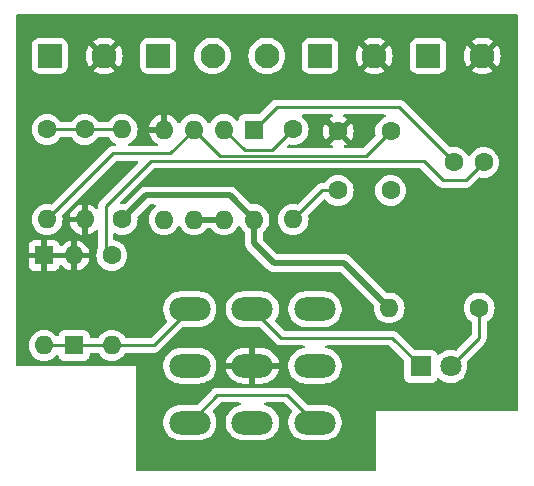
<source format=gbr>
%TF.GenerationSoftware,KiCad,Pcbnew,7.0.10+1*%
%TF.CreationDate,2024-02-10T16:35:23+08:00*%
%TF.ProjectId,ohmify-overdrive,6f686d69-6679-42d6-9f76-657264726976,v1.1*%
%TF.SameCoordinates,Original*%
%TF.FileFunction,Copper,L1,Top*%
%TF.FilePolarity,Positive*%
%FSLAX46Y46*%
G04 Gerber Fmt 4.6, Leading zero omitted, Abs format (unit mm)*
G04 Created by KiCad (PCBNEW 7.0.10+1) date 2024-02-10 16:35:23*
%MOMM*%
%LPD*%
G01*
G04 APERTURE LIST*
G04 Aperture macros list*
%AMRoundRect*
0 Rectangle with rounded corners*
0 $1 Rounding radius*
0 $2 $3 $4 $5 $6 $7 $8 $9 X,Y pos of 4 corners*
0 Add a 4 corners polygon primitive as box body*
4,1,4,$2,$3,$4,$5,$6,$7,$8,$9,$2,$3,0*
0 Add four circle primitives for the rounded corners*
1,1,$1+$1,$2,$3*
1,1,$1+$1,$4,$5*
1,1,$1+$1,$6,$7*
1,1,$1+$1,$8,$9*
0 Add four rect primitives between the rounded corners*
20,1,$1+$1,$2,$3,$4,$5,0*
20,1,$1+$1,$4,$5,$6,$7,0*
20,1,$1+$1,$6,$7,$8,$9,0*
20,1,$1+$1,$8,$9,$2,$3,0*%
G04 Aperture macros list end*
%TA.AperFunction,ComponentPad*%
%ADD10R,1.600000X1.600000*%
%TD*%
%TA.AperFunction,ComponentPad*%
%ADD11O,1.600000X1.600000*%
%TD*%
%TA.AperFunction,ComponentPad*%
%ADD12C,1.600000*%
%TD*%
%TA.AperFunction,ComponentPad*%
%ADD13O,3.500000X2.000000*%
%TD*%
%TA.AperFunction,ComponentPad*%
%ADD14R,1.800000X1.800000*%
%TD*%
%TA.AperFunction,ComponentPad*%
%ADD15C,1.800000*%
%TD*%
%TA.AperFunction,ComponentPad*%
%ADD16C,2.100000*%
%TD*%
%TA.AperFunction,ComponentPad*%
%ADD17RoundRect,0.250001X-0.799999X-0.799999X0.799999X-0.799999X0.799999X0.799999X-0.799999X0.799999X0*%
%TD*%
%TA.AperFunction,ViaPad*%
%ADD18C,1.600000*%
%TD*%
%TA.AperFunction,Conductor*%
%ADD19C,0.500000*%
%TD*%
%TA.AperFunction,Conductor*%
%ADD20C,0.250000*%
%TD*%
G04 APERTURE END LIST*
D10*
%TO.P,U1,1*%
%TO.N,Net-(C2-Pad1)*%
X156708000Y-111389000D03*
D11*
%TO.P,U1,2,-*%
%TO.N,Net-(U1A--)*%
X154168000Y-111389000D03*
%TO.P,U1,3,+*%
%TO.N,Net-(U1A-+)*%
X151628000Y-111389000D03*
%TO.P,U1,4,V-*%
%TO.N,GND*%
X149088000Y-111389000D03*
%TO.P,U1,5,+*%
%TO.N,VREF*%
X149088000Y-119009000D03*
%TO.P,U1,6,-*%
%TO.N,Net-(U1B--)*%
X151628000Y-119009000D03*
%TO.P,U1,7*%
X154168000Y-119009000D03*
%TO.P,U1,8,V+*%
%TO.N,+9V*%
X156708000Y-119009000D03*
%TD*%
D12*
%TO.P,C3,1*%
%TO.N,GND*%
X163830000Y-111546000D03*
%TO.P,C3,2*%
%TO.N,Net-(C3-Pad2)*%
X163830000Y-116546000D03*
%TD*%
D10*
%TO.P,D2,1,K*%
%TO.N,GND*%
X138938000Y-122047000D03*
D11*
%TO.P,D2,2,A*%
%TO.N,OUTPUT*%
X138938000Y-129667000D03*
%TD*%
D12*
%TO.P,R3,1*%
%TO.N,+9V*%
X145542000Y-118999000D03*
D11*
%TO.P,R3,2*%
%TO.N,VREF*%
X145542000Y-111379000D03*
%TD*%
D10*
%TO.P,D1,1,K*%
%TO.N,OUTPUT*%
X141478000Y-129667000D03*
D11*
%TO.P,D1,2,A*%
%TO.N,GND*%
X141478000Y-122047000D03*
%TD*%
D12*
%TO.P,R5,1*%
%TO.N,Net-(C2-Pad2)*%
X144663000Y-122037000D03*
D11*
%TO.P,R5,2*%
%TO.N,OUTPUT*%
X144663000Y-129657000D03*
%TD*%
D12*
%TO.P,R1,1*%
%TO.N,VREF*%
X139192000Y-111379000D03*
D11*
%TO.P,R1,2*%
%TO.N,Net-(U1A-+)*%
X139192000Y-118999000D03*
%TD*%
D13*
%TO.P,SW1,1*%
%TO.N,OUTPUT*%
X151272000Y-126591000D03*
%TO.P,SW1,2*%
%TO.N,Net-(J2-PadT)*%
X151272000Y-131391000D03*
%TO.P,SW1,3*%
%TO.N,Net-(SW1-Pad3)*%
X151272000Y-136191000D03*
%TO.P,SW1,4*%
%TO.N,Net-(D3-K)*%
X156572000Y-126591000D03*
%TO.P,SW1,5*%
%TO.N,GND*%
X156572000Y-131391000D03*
%TO.P,SW1,6*%
%TO.N,unconnected-(SW1-Pad6)*%
X156572000Y-136191000D03*
%TO.P,SW1,7*%
%TO.N,INPUT*%
X161872000Y-126591000D03*
%TO.P,SW1,8*%
%TO.N,Net-(J1-PadT)*%
X161872000Y-131391000D03*
%TO.P,SW1,9*%
%TO.N,Net-(SW1-Pad3)*%
X161872000Y-136191000D03*
%TD*%
D14*
%TO.P,D3,1,K*%
%TO.N,Net-(D3-K)*%
X170815000Y-131445000D03*
D15*
%TO.P,D3,2,A*%
%TO.N,Net-(D3-A)*%
X173355000Y-131445000D03*
%TD*%
D12*
%TO.P,C2,1*%
%TO.N,Net-(C2-Pad1)*%
X173649000Y-114173000D03*
%TO.P,C2,2*%
%TO.N,Net-(C2-Pad2)*%
X176149000Y-114173000D03*
%TD*%
D16*
%TO.P,J1,S*%
%TO.N,GND*%
X176036000Y-105156000D03*
D17*
%TO.P,J1,T*%
%TO.N,Net-(J1-PadT)*%
X171436000Y-105156000D03*
%TD*%
%TO.P,BT1,1,+*%
%TO.N,+9V*%
X162292000Y-105156000D03*
D16*
%TO.P,BT1,2,-*%
%TO.N,GND*%
X166892000Y-105156000D03*
%TD*%
%TO.P,J2,S*%
%TO.N,GND*%
X144018000Y-105156000D03*
D17*
%TO.P,J2,T*%
%TO.N,Net-(J2-PadT)*%
X139418000Y-105156000D03*
%TD*%
D12*
%TO.P,R2,1*%
%TO.N,VREF*%
X142367000Y-111379000D03*
D11*
%TO.P,R2,2*%
%TO.N,GND*%
X142367000Y-118999000D03*
%TD*%
D12*
%TO.P,C1,1*%
%TO.N,INPUT*%
X168275000Y-116546000D03*
%TO.P,C1,2*%
%TO.N,Net-(U1A-+)*%
X168275000Y-111546000D03*
%TD*%
%TO.P,R4,1*%
%TO.N,Net-(U1A--)*%
X160020000Y-111379000D03*
D11*
%TO.P,R4,2*%
%TO.N,Net-(C3-Pad2)*%
X160020000Y-118999000D03*
%TD*%
D12*
%TO.P,R6,1*%
%TO.N,Net-(D3-A)*%
X175768000Y-126492000D03*
D11*
%TO.P,R6,2*%
%TO.N,+9V*%
X168148000Y-126492000D03*
%TD*%
D17*
%TO.P,RV1,1,1*%
%TO.N,Net-(U1A--)*%
X148590000Y-105156000D03*
D16*
%TO.P,RV1,2,2*%
%TO.N,Net-(C2-Pad1)*%
X153190000Y-105156000D03*
%TO.P,RV1,3,3*%
%TO.N,unconnected-(RV1-Pad3)*%
X157790000Y-105156000D03*
%TD*%
D18*
%TO.N,GND*%
X146050000Y-125222000D03*
X149352000Y-109093000D03*
X140716000Y-125222000D03*
X145669000Y-108331000D03*
X176530000Y-111252000D03*
X174752000Y-111252000D03*
X178308000Y-111252000D03*
X149352000Y-122555000D03*
X147574000Y-108331000D03*
X144272000Y-125222000D03*
X152908000Y-122555000D03*
X154686000Y-122555000D03*
X174752000Y-109474000D03*
X176530000Y-109474000D03*
X172974000Y-109474000D03*
X172974000Y-111252000D03*
X151130000Y-122555000D03*
X138938000Y-125222000D03*
X178308000Y-109474000D03*
X142494000Y-125222000D03*
%TD*%
D19*
%TO.N,+9V*%
X154666000Y-116967000D02*
X156708000Y-119009000D01*
X145542000Y-118999000D02*
X147574000Y-116967000D01*
X156708000Y-119009000D02*
X156708000Y-121021000D01*
X147574000Y-116967000D02*
X154666000Y-116967000D01*
X156708000Y-121021000D02*
X158369000Y-122682000D01*
X164338000Y-122682000D02*
X168148000Y-126492000D01*
X158369000Y-122682000D02*
X164338000Y-122682000D01*
D20*
%TO.N,Net-(U1A-+)*%
X153835000Y-113596000D02*
X151628000Y-111389000D01*
X149606000Y-113411000D02*
X144780000Y-113411000D01*
X168275000Y-111546000D02*
X166225000Y-113596000D01*
X144780000Y-113411000D02*
X139192000Y-118999000D01*
X166225000Y-113596000D02*
X153835000Y-113596000D01*
X151628000Y-111389000D02*
X149606000Y-113411000D01*
%TO.N,Net-(C2-Pad1)*%
X158623000Y-109474000D02*
X168950000Y-109474000D01*
X168950000Y-109474000D02*
X173649000Y-114173000D01*
X156708000Y-111389000D02*
X158623000Y-109474000D01*
%TO.N,Net-(C2-Pad2)*%
X171069000Y-114046000D02*
X147955000Y-114046000D01*
X176149000Y-114173000D02*
X174625000Y-115697000D01*
X144145000Y-117856000D02*
X144145000Y-121519000D01*
X147955000Y-114046000D02*
X144145000Y-117856000D01*
X172720000Y-115697000D02*
X171069000Y-114046000D01*
X144145000Y-121519000D02*
X144663000Y-122037000D01*
X174625000Y-115697000D02*
X172720000Y-115697000D01*
%TO.N,Net-(C3-Pad2)*%
X163830000Y-116546000D02*
X162473000Y-116546000D01*
X162473000Y-116546000D02*
X160020000Y-118999000D01*
%TO.N,OUTPUT*%
X144663000Y-129657000D02*
X148206000Y-129657000D01*
X148206000Y-129657000D02*
X151272000Y-126591000D01*
X144663000Y-129657000D02*
X138948000Y-129657000D01*
X138948000Y-129657000D02*
X138938000Y-129667000D01*
%TO.N,Net-(D3-K)*%
X159013000Y-129032000D02*
X168402000Y-129032000D01*
X168402000Y-129032000D02*
X170815000Y-131445000D01*
X156572000Y-126591000D02*
X159013000Y-129032000D01*
%TO.N,Net-(D3-A)*%
X175768000Y-126492000D02*
X175768000Y-129032000D01*
X175768000Y-129032000D02*
X173355000Y-131445000D01*
%TO.N,VREF*%
X139192000Y-111379000D02*
X145542000Y-111379000D01*
%TO.N,Net-(U1A--)*%
X158253000Y-113146000D02*
X160020000Y-111379000D01*
X154168000Y-111389000D02*
X155925000Y-113146000D01*
X155925000Y-113146000D02*
X158253000Y-113146000D01*
%TO.N,Net-(SW1-Pad3)*%
X159539000Y-133858000D02*
X161872000Y-136191000D01*
X151272000Y-136191000D02*
X153605000Y-133858000D01*
X153605000Y-133858000D02*
X159539000Y-133858000D01*
D19*
%TO.N,Net-(U1B--)*%
X151628000Y-119009000D02*
X154168000Y-119009000D01*
%TD*%
%TA.AperFunction,Conductor*%
%TO.N,GND*%
G36*
X163363678Y-110119185D02*
G01*
X163409433Y-110171989D01*
X163419377Y-110241147D01*
X163390352Y-110304703D01*
X163349044Y-110335882D01*
X163177516Y-110415866D01*
X163177512Y-110415868D01*
X163104526Y-110466973D01*
X163104526Y-110466974D01*
X163785599Y-111148046D01*
X163704852Y-111160835D01*
X163591955Y-111218359D01*
X163502359Y-111307955D01*
X163444835Y-111420852D01*
X163432046Y-111501598D01*
X162750974Y-110820526D01*
X162750973Y-110820526D01*
X162699868Y-110893512D01*
X162699866Y-110893516D01*
X162603734Y-111099673D01*
X162603730Y-111099682D01*
X162544860Y-111319389D01*
X162544858Y-111319400D01*
X162525034Y-111545997D01*
X162525034Y-111546002D01*
X162544858Y-111772599D01*
X162544860Y-111772610D01*
X162603730Y-111992317D01*
X162603735Y-111992331D01*
X162699863Y-112198478D01*
X162750974Y-112271472D01*
X163432046Y-111590400D01*
X163444835Y-111671148D01*
X163502359Y-111784045D01*
X163591955Y-111873641D01*
X163704852Y-111931165D01*
X163785599Y-111943953D01*
X163104526Y-112625025D01*
X163177513Y-112676132D01*
X163177517Y-112676134D01*
X163301864Y-112734118D01*
X163354303Y-112780290D01*
X163373455Y-112847484D01*
X163353239Y-112914365D01*
X163300074Y-112959699D01*
X163249459Y-112970500D01*
X159612452Y-112970500D01*
X159545413Y-112950815D01*
X159499658Y-112898011D01*
X159489714Y-112828853D01*
X159518739Y-112765297D01*
X159524756Y-112758833D01*
X159605180Y-112678409D01*
X159666499Y-112644927D01*
X159724947Y-112646317D01*
X159793308Y-112664635D01*
X159929703Y-112676568D01*
X160019998Y-112684468D01*
X160020000Y-112684468D01*
X160020002Y-112684468D01*
X160089220Y-112678412D01*
X160246692Y-112664635D01*
X160466496Y-112605739D01*
X160672734Y-112509568D01*
X160859139Y-112379047D01*
X161020047Y-112218139D01*
X161150568Y-112031734D01*
X161246739Y-111825496D01*
X161305635Y-111605692D01*
X161325468Y-111379000D01*
X161305635Y-111152308D01*
X161249464Y-110942673D01*
X161246741Y-110932511D01*
X161246738Y-110932502D01*
X161228557Y-110893513D01*
X161150568Y-110726266D01*
X161024313Y-110545953D01*
X161020045Y-110539858D01*
X160859141Y-110378954D01*
X160782193Y-110325075D01*
X160738568Y-110270499D01*
X160731374Y-110201000D01*
X160762897Y-110138645D01*
X160823126Y-110103231D01*
X160853316Y-110099500D01*
X163296639Y-110099500D01*
X163363678Y-110119185D01*
G37*
%TD.AperFunction*%
%TA.AperFunction,Conductor*%
G36*
X167807495Y-110119185D02*
G01*
X167853250Y-110171989D01*
X167863194Y-110241147D01*
X167834169Y-110304703D01*
X167792861Y-110335881D01*
X167733430Y-110363595D01*
X167622267Y-110415431D01*
X167622265Y-110415432D01*
X167435858Y-110545954D01*
X167274954Y-110706858D01*
X167144432Y-110893265D01*
X167144431Y-110893267D01*
X167048261Y-111099502D01*
X167048258Y-111099511D01*
X166989366Y-111319302D01*
X166989364Y-111319313D01*
X166972244Y-111515000D01*
X166969532Y-111546000D01*
X166989364Y-111772686D01*
X166989365Y-111772691D01*
X166989366Y-111772697D01*
X167007680Y-111841048D01*
X167006017Y-111910897D01*
X166975586Y-111960821D01*
X166002228Y-112934181D01*
X165940905Y-112967666D01*
X165914547Y-112970500D01*
X164410541Y-112970500D01*
X164343502Y-112950815D01*
X164297747Y-112898011D01*
X164287803Y-112828853D01*
X164316828Y-112765297D01*
X164358136Y-112734118D01*
X164482480Y-112676135D01*
X164555471Y-112625024D01*
X163874400Y-111943953D01*
X163955148Y-111931165D01*
X164068045Y-111873641D01*
X164157641Y-111784045D01*
X164215165Y-111671148D01*
X164227953Y-111590400D01*
X164909024Y-112271471D01*
X164960136Y-112198478D01*
X165056264Y-111992331D01*
X165056269Y-111992317D01*
X165115139Y-111772610D01*
X165115141Y-111772599D01*
X165134966Y-111546002D01*
X165134966Y-111545997D01*
X165115141Y-111319400D01*
X165115139Y-111319389D01*
X165056269Y-111099682D01*
X165056264Y-111099668D01*
X164960136Y-110893521D01*
X164960132Y-110893513D01*
X164909025Y-110820526D01*
X164227953Y-111501598D01*
X164215165Y-111420852D01*
X164157641Y-111307955D01*
X164068045Y-111218359D01*
X163955148Y-111160835D01*
X163874401Y-111148046D01*
X164555472Y-110466974D01*
X164482478Y-110415863D01*
X164310957Y-110335882D01*
X164258517Y-110289710D01*
X164239365Y-110222517D01*
X164259581Y-110155635D01*
X164312746Y-110110301D01*
X164363361Y-110099500D01*
X167740456Y-110099500D01*
X167807495Y-110119185D01*
G37*
%TD.AperFunction*%
%TA.AperFunction,Conductor*%
G36*
X141150359Y-121808955D02*
G01*
X141092835Y-121921852D01*
X141073014Y-122047000D01*
X141092835Y-122172148D01*
X141150359Y-122285045D01*
X141162314Y-122297000D01*
X139253686Y-122297000D01*
X139265641Y-122285045D01*
X139323165Y-122172148D01*
X139342986Y-122047000D01*
X139323165Y-121921852D01*
X139265641Y-121808955D01*
X139253686Y-121797000D01*
X141162314Y-121797000D01*
X141150359Y-121808955D01*
G37*
%TD.AperFunction*%
%TA.AperFunction,Conductor*%
G36*
X179013039Y-101619685D02*
G01*
X179058794Y-101672489D01*
X179070000Y-101724000D01*
X179070000Y-135131000D01*
X179050315Y-135198039D01*
X178997511Y-135243794D01*
X178946000Y-135255000D01*
X167005000Y-135255000D01*
X167005000Y-140211000D01*
X166985315Y-140278039D01*
X166932511Y-140323794D01*
X166881000Y-140335000D01*
X146809000Y-140335000D01*
X146741961Y-140315315D01*
X146696206Y-140262511D01*
X146685000Y-140211000D01*
X146685000Y-136315335D01*
X149021500Y-136315335D01*
X149033451Y-136386953D01*
X149062429Y-136560616D01*
X149143169Y-136795802D01*
X149143172Y-136795811D01*
X149213788Y-136926297D01*
X149261526Y-137014509D01*
X149414262Y-137210744D01*
X149526438Y-137314009D01*
X149597217Y-137379166D01*
X149805393Y-137515173D01*
X150033118Y-137615063D01*
X150274175Y-137676107D01*
X150274179Y-137676108D01*
X150274181Y-137676108D01*
X150274186Y-137676109D01*
X150427589Y-137688819D01*
X150459933Y-137691500D01*
X150459937Y-137691500D01*
X152084063Y-137691500D01*
X152084067Y-137691500D01*
X152146677Y-137686311D01*
X152269813Y-137676109D01*
X152269816Y-137676108D01*
X152269821Y-137676108D01*
X152510881Y-137615063D01*
X152738607Y-137515173D01*
X152946785Y-137379164D01*
X153129738Y-137210744D01*
X153282474Y-137014509D01*
X153400828Y-136795810D01*
X153481571Y-136560614D01*
X153522500Y-136315335D01*
X153522500Y-136066665D01*
X153481571Y-135821386D01*
X153400828Y-135586190D01*
X153282474Y-135367491D01*
X153217390Y-135283871D01*
X153191747Y-135218877D01*
X153205313Y-135150337D01*
X153227558Y-135120031D01*
X153827772Y-134519819D01*
X153889095Y-134486334D01*
X153915453Y-134483500D01*
X155457597Y-134483500D01*
X155524636Y-134503185D01*
X155570391Y-134555989D01*
X155580335Y-134625147D01*
X155551310Y-134688703D01*
X155492532Y-134726477D01*
X155488037Y-134727706D01*
X155333118Y-134766936D01*
X155105393Y-134866826D01*
X154897217Y-135002833D01*
X154714261Y-135171257D01*
X154561524Y-135367493D01*
X154443172Y-135586188D01*
X154443169Y-135586197D01*
X154362429Y-135821383D01*
X154358808Y-135843083D01*
X154321500Y-136066665D01*
X154321500Y-136315335D01*
X154333451Y-136386953D01*
X154362429Y-136560616D01*
X154443169Y-136795802D01*
X154443172Y-136795811D01*
X154513788Y-136926297D01*
X154561526Y-137014509D01*
X154714262Y-137210744D01*
X154826438Y-137314009D01*
X154897217Y-137379166D01*
X155105393Y-137515173D01*
X155333118Y-137615063D01*
X155574175Y-137676107D01*
X155574179Y-137676108D01*
X155574181Y-137676108D01*
X155574186Y-137676109D01*
X155727589Y-137688819D01*
X155759933Y-137691500D01*
X155759937Y-137691500D01*
X157384063Y-137691500D01*
X157384067Y-137691500D01*
X157446677Y-137686311D01*
X157569813Y-137676109D01*
X157569816Y-137676108D01*
X157569821Y-137676108D01*
X157810881Y-137615063D01*
X158038607Y-137515173D01*
X158246785Y-137379164D01*
X158429738Y-137210744D01*
X158582474Y-137014509D01*
X158700828Y-136795810D01*
X158781571Y-136560614D01*
X158822500Y-136315335D01*
X158822500Y-136066665D01*
X158781571Y-135821386D01*
X158700828Y-135586190D01*
X158582474Y-135367491D01*
X158429738Y-135171256D01*
X158246785Y-135002836D01*
X158246782Y-135002833D01*
X158038606Y-134866826D01*
X157810881Y-134766936D01*
X157655963Y-134727706D01*
X157595807Y-134692166D01*
X157564415Y-134629746D01*
X157571753Y-134560262D01*
X157615492Y-134505777D01*
X157681745Y-134483588D01*
X157686403Y-134483500D01*
X159228548Y-134483500D01*
X159295587Y-134503185D01*
X159316229Y-134519819D01*
X159916436Y-135120027D01*
X159949921Y-135181350D01*
X159944937Y-135251042D01*
X159926609Y-135283869D01*
X159861531Y-135367483D01*
X159861527Y-135367488D01*
X159743172Y-135586188D01*
X159743169Y-135586197D01*
X159662429Y-135821383D01*
X159658808Y-135843083D01*
X159621500Y-136066665D01*
X159621500Y-136315335D01*
X159633451Y-136386953D01*
X159662429Y-136560616D01*
X159743169Y-136795802D01*
X159743172Y-136795811D01*
X159813788Y-136926297D01*
X159861526Y-137014509D01*
X160014262Y-137210744D01*
X160126438Y-137314009D01*
X160197217Y-137379166D01*
X160405393Y-137515173D01*
X160633118Y-137615063D01*
X160874175Y-137676107D01*
X160874179Y-137676108D01*
X160874181Y-137676108D01*
X160874186Y-137676109D01*
X161027589Y-137688819D01*
X161059933Y-137691500D01*
X161059937Y-137691500D01*
X162684063Y-137691500D01*
X162684067Y-137691500D01*
X162746677Y-137686311D01*
X162869813Y-137676109D01*
X162869816Y-137676108D01*
X162869821Y-137676108D01*
X163110881Y-137615063D01*
X163338607Y-137515173D01*
X163546785Y-137379164D01*
X163729738Y-137210744D01*
X163882474Y-137014509D01*
X164000828Y-136795810D01*
X164081571Y-136560614D01*
X164122500Y-136315335D01*
X164122500Y-136066665D01*
X164081571Y-135821386D01*
X164000828Y-135586190D01*
X163882474Y-135367491D01*
X163729738Y-135171256D01*
X163546785Y-135002836D01*
X163546782Y-135002833D01*
X163338606Y-134866826D01*
X163110881Y-134766936D01*
X162869824Y-134705892D01*
X162869813Y-134705890D01*
X162684077Y-134690500D01*
X162684067Y-134690500D01*
X161307453Y-134690500D01*
X161240414Y-134670815D01*
X161219772Y-134654181D01*
X160039803Y-133474212D01*
X160029980Y-133461950D01*
X160029759Y-133462134D01*
X160024786Y-133456122D01*
X159975776Y-133410099D01*
X159972977Y-133407386D01*
X159953477Y-133387885D01*
X159953471Y-133387880D01*
X159950286Y-133385409D01*
X159941434Y-133377848D01*
X159909582Y-133347938D01*
X159909580Y-133347936D01*
X159909577Y-133347935D01*
X159892029Y-133338288D01*
X159875763Y-133327604D01*
X159859932Y-133315324D01*
X159819849Y-133297978D01*
X159809363Y-133292841D01*
X159771094Y-133271803D01*
X159771092Y-133271802D01*
X159751693Y-133266822D01*
X159733281Y-133260518D01*
X159714898Y-133252562D01*
X159714892Y-133252560D01*
X159671760Y-133245729D01*
X159660322Y-133243361D01*
X159618020Y-133232500D01*
X159618019Y-133232500D01*
X159597984Y-133232500D01*
X159578586Y-133230973D01*
X159571162Y-133229797D01*
X159558805Y-133227840D01*
X159558804Y-133227840D01*
X159515325Y-133231950D01*
X159503656Y-133232500D01*
X153687737Y-133232500D01*
X153672120Y-133230776D01*
X153672093Y-133231062D01*
X153664331Y-133230327D01*
X153597144Y-133232439D01*
X153593250Y-133232500D01*
X153565650Y-133232500D01*
X153561962Y-133232965D01*
X153561649Y-133233005D01*
X153550031Y-133233918D01*
X153506373Y-133235290D01*
X153506372Y-133235290D01*
X153487129Y-133240881D01*
X153468079Y-133244825D01*
X153448211Y-133247334D01*
X153448210Y-133247335D01*
X153407600Y-133263413D01*
X153396553Y-133267195D01*
X153354610Y-133279381D01*
X153354609Y-133279382D01*
X153337367Y-133289579D01*
X153319899Y-133298137D01*
X153301269Y-133305513D01*
X153301266Y-133305515D01*
X153265939Y-133331181D01*
X153256180Y-133337592D01*
X153218579Y-133359830D01*
X153204408Y-133374000D01*
X153189623Y-133386628D01*
X153173412Y-133398407D01*
X153145571Y-133432059D01*
X153137711Y-133440696D01*
X151924228Y-134654181D01*
X151862905Y-134687666D01*
X151836547Y-134690500D01*
X150459922Y-134690500D01*
X150274186Y-134705890D01*
X150274175Y-134705892D01*
X150033118Y-134766936D01*
X149805393Y-134866826D01*
X149597217Y-135002833D01*
X149414261Y-135171257D01*
X149261524Y-135367493D01*
X149143172Y-135586188D01*
X149143169Y-135586197D01*
X149062429Y-135821383D01*
X149058808Y-135843083D01*
X149021500Y-136066665D01*
X149021500Y-136315335D01*
X146685000Y-136315335D01*
X146685000Y-131515334D01*
X149021500Y-131515334D01*
X149062429Y-131760616D01*
X149143169Y-131995802D01*
X149143172Y-131995811D01*
X149261524Y-132214506D01*
X149261526Y-132214509D01*
X149414262Y-132410744D01*
X149538775Y-132525366D01*
X149597217Y-132579166D01*
X149805393Y-132715173D01*
X150033118Y-132815063D01*
X150153303Y-132845498D01*
X150274179Y-132876108D01*
X150274181Y-132876108D01*
X150274186Y-132876109D01*
X150427589Y-132888819D01*
X150459933Y-132891500D01*
X150459937Y-132891500D01*
X152084063Y-132891500D01*
X152084067Y-132891500D01*
X152146677Y-132886311D01*
X152269813Y-132876109D01*
X152269816Y-132876108D01*
X152269821Y-132876108D01*
X152510881Y-132815063D01*
X152738607Y-132715173D01*
X152946785Y-132579164D01*
X153129738Y-132410744D01*
X153282474Y-132214509D01*
X153400828Y-131995810D01*
X153481571Y-131760614D01*
X153522500Y-131515335D01*
X153522500Y-131266665D01*
X153501530Y-131140999D01*
X154342976Y-131140999D01*
X154342978Y-131141000D01*
X155388314Y-131141000D01*
X155362507Y-131181156D01*
X155322000Y-131319111D01*
X155322000Y-131462889D01*
X155362507Y-131600844D01*
X155388314Y-131641000D01*
X154342977Y-131641000D01*
X154362916Y-131760492D01*
X154443630Y-131995603D01*
X154443635Y-131995614D01*
X154561942Y-132214228D01*
X154561948Y-132214237D01*
X154714626Y-132410397D01*
X154714635Y-132410407D01*
X154897522Y-132578767D01*
X154897521Y-132578767D01*
X155105632Y-132714732D01*
X155333282Y-132814587D01*
X155574261Y-132875612D01*
X155574269Y-132875614D01*
X155759945Y-132890999D01*
X155759961Y-132891000D01*
X156322000Y-132891000D01*
X156322000Y-131891000D01*
X156822000Y-131891000D01*
X156822000Y-132891000D01*
X157384039Y-132891000D01*
X157384054Y-132890999D01*
X157569730Y-132875614D01*
X157569738Y-132875612D01*
X157810717Y-132814587D01*
X158038367Y-132714732D01*
X158246478Y-132578767D01*
X158429364Y-132410407D01*
X158429373Y-132410397D01*
X158582051Y-132214237D01*
X158582057Y-132214228D01*
X158700364Y-131995614D01*
X158700369Y-131995603D01*
X158781083Y-131760492D01*
X158801023Y-131641000D01*
X157755686Y-131641000D01*
X157781493Y-131600844D01*
X157822000Y-131462889D01*
X157822000Y-131319111D01*
X157781493Y-131181156D01*
X157755686Y-131141000D01*
X158801022Y-131141000D01*
X158801023Y-131140999D01*
X158781083Y-131021507D01*
X158700369Y-130786396D01*
X158700364Y-130786385D01*
X158582057Y-130567771D01*
X158582051Y-130567762D01*
X158429373Y-130371602D01*
X158429364Y-130371592D01*
X158246477Y-130203232D01*
X158246478Y-130203232D01*
X158038367Y-130067267D01*
X157810717Y-129967412D01*
X157569738Y-129906387D01*
X157569730Y-129906385D01*
X157384054Y-129891000D01*
X156822000Y-129891000D01*
X156822000Y-130891000D01*
X156322000Y-130891000D01*
X156322000Y-129891000D01*
X155759945Y-129891000D01*
X155574269Y-129906385D01*
X155574261Y-129906387D01*
X155333282Y-129967412D01*
X155105632Y-130067267D01*
X154897521Y-130203232D01*
X154714635Y-130371592D01*
X154714626Y-130371602D01*
X154561948Y-130567762D01*
X154561942Y-130567771D01*
X154443635Y-130786385D01*
X154443630Y-130786396D01*
X154362916Y-131021507D01*
X154342976Y-131140999D01*
X153501530Y-131140999D01*
X153481571Y-131021386D01*
X153400828Y-130786190D01*
X153282474Y-130567491D01*
X153129738Y-130371256D01*
X152946785Y-130202836D01*
X152946782Y-130202833D01*
X152738606Y-130066826D01*
X152510881Y-129966936D01*
X152269824Y-129905892D01*
X152269813Y-129905890D01*
X152084077Y-129890500D01*
X152084067Y-129890500D01*
X150459933Y-129890500D01*
X150459922Y-129890500D01*
X150274186Y-129905890D01*
X150274175Y-129905892D01*
X150033118Y-129966936D01*
X149805393Y-130066826D01*
X149597217Y-130202833D01*
X149414261Y-130371257D01*
X149261524Y-130567493D01*
X149143172Y-130786188D01*
X149143169Y-130786197D01*
X149062429Y-131021383D01*
X149021500Y-131266665D01*
X149021500Y-131515334D01*
X146685000Y-131515334D01*
X146685000Y-131445000D01*
X136649000Y-131445000D01*
X136581961Y-131425315D01*
X136536206Y-131372511D01*
X136525000Y-131321000D01*
X136525000Y-129667001D01*
X137632532Y-129667001D01*
X137652364Y-129893686D01*
X137652366Y-129893697D01*
X137711258Y-130113488D01*
X137711261Y-130113497D01*
X137807431Y-130319732D01*
X137807432Y-130319734D01*
X137937954Y-130506141D01*
X138098858Y-130667045D01*
X138098861Y-130667047D01*
X138285266Y-130797568D01*
X138491504Y-130893739D01*
X138711308Y-130952635D01*
X138864619Y-130966048D01*
X138937998Y-130972468D01*
X138938000Y-130972468D01*
X138938002Y-130972468D01*
X138994807Y-130967498D01*
X139164692Y-130952635D01*
X139384496Y-130893739D01*
X139590734Y-130797568D01*
X139777139Y-130667047D01*
X139938047Y-130506139D01*
X139955272Y-130481539D01*
X140009848Y-130437913D01*
X140079346Y-130430718D01*
X140141701Y-130462239D01*
X140177116Y-130522468D01*
X140180138Y-130539406D01*
X140183908Y-130574483D01*
X140234202Y-130709328D01*
X140234206Y-130709335D01*
X140320452Y-130824544D01*
X140320455Y-130824547D01*
X140435664Y-130910793D01*
X140435671Y-130910797D01*
X140570517Y-130961091D01*
X140570516Y-130961091D01*
X140577444Y-130961835D01*
X140630127Y-130967500D01*
X142325872Y-130967499D01*
X142385483Y-130961091D01*
X142520331Y-130910796D01*
X142635546Y-130824546D01*
X142721796Y-130709331D01*
X142772091Y-130574483D01*
X142778500Y-130514873D01*
X142778500Y-130406500D01*
X142798185Y-130339461D01*
X142850989Y-130293706D01*
X142902500Y-130282500D01*
X143448812Y-130282500D01*
X143515851Y-130302185D01*
X143550387Y-130335377D01*
X143662954Y-130496141D01*
X143823858Y-130657045D01*
X143823861Y-130657047D01*
X144010266Y-130787568D01*
X144216504Y-130883739D01*
X144216509Y-130883740D01*
X144216511Y-130883741D01*
X144250212Y-130892771D01*
X144436308Y-130942635D01*
X144598230Y-130956801D01*
X144662998Y-130962468D01*
X144663000Y-130962468D01*
X144663002Y-130962468D01*
X144719673Y-130957509D01*
X144889692Y-130942635D01*
X145109496Y-130883739D01*
X145315734Y-130787568D01*
X145502139Y-130657047D01*
X145663047Y-130496139D01*
X145775613Y-130335377D01*
X145830189Y-130291752D01*
X145877188Y-130282500D01*
X148123257Y-130282500D01*
X148138877Y-130284224D01*
X148138904Y-130283939D01*
X148146660Y-130284671D01*
X148146667Y-130284673D01*
X148213873Y-130282561D01*
X148217768Y-130282500D01*
X148245346Y-130282500D01*
X148245350Y-130282500D01*
X148249324Y-130281997D01*
X148260963Y-130281080D01*
X148304627Y-130279709D01*
X148323869Y-130274117D01*
X148342912Y-130270174D01*
X148362792Y-130267664D01*
X148403401Y-130251585D01*
X148414444Y-130247803D01*
X148456390Y-130235618D01*
X148473629Y-130225422D01*
X148491103Y-130216862D01*
X148509727Y-130209488D01*
X148509727Y-130209487D01*
X148509732Y-130209486D01*
X148545083Y-130183800D01*
X148554814Y-130177408D01*
X148592420Y-130155170D01*
X148606589Y-130140999D01*
X148621379Y-130128368D01*
X148637587Y-130116594D01*
X148665438Y-130082926D01*
X148673279Y-130074309D01*
X150619771Y-128127819D01*
X150681094Y-128094334D01*
X150707452Y-128091500D01*
X152084063Y-128091500D01*
X152084067Y-128091500D01*
X152146677Y-128086311D01*
X152269813Y-128076109D01*
X152269816Y-128076108D01*
X152269821Y-128076108D01*
X152510881Y-128015063D01*
X152738607Y-127915173D01*
X152946785Y-127779164D01*
X153129738Y-127610744D01*
X153282474Y-127414509D01*
X153400828Y-127195810D01*
X153481571Y-126960614D01*
X153522500Y-126715335D01*
X153522500Y-126715334D01*
X154321500Y-126715334D01*
X154362429Y-126960616D01*
X154443169Y-127195802D01*
X154443172Y-127195811D01*
X154516408Y-127331139D01*
X154561526Y-127414509D01*
X154714262Y-127610744D01*
X154817942Y-127706188D01*
X154897217Y-127779166D01*
X155105393Y-127915173D01*
X155333118Y-128015063D01*
X155574175Y-128076107D01*
X155574179Y-128076108D01*
X155574181Y-128076108D01*
X155574186Y-128076109D01*
X155727589Y-128088819D01*
X155759933Y-128091500D01*
X157136548Y-128091500D01*
X157203587Y-128111185D01*
X157224228Y-128127818D01*
X157869318Y-128772909D01*
X158512197Y-129415788D01*
X158522022Y-129428051D01*
X158522243Y-129427869D01*
X158527211Y-129433874D01*
X158527213Y-129433876D01*
X158527214Y-129433877D01*
X158576222Y-129479899D01*
X158579021Y-129482612D01*
X158598522Y-129502114D01*
X158598526Y-129502117D01*
X158598529Y-129502120D01*
X158601702Y-129504581D01*
X158610574Y-129512159D01*
X158642418Y-129542062D01*
X158659976Y-129551714D01*
X158676235Y-129562395D01*
X158692064Y-129574673D01*
X158732155Y-129592021D01*
X158742626Y-129597151D01*
X158765180Y-129609550D01*
X158780902Y-129618194D01*
X158780904Y-129618195D01*
X158780908Y-129618197D01*
X158800316Y-129623180D01*
X158818719Y-129629481D01*
X158837101Y-129637436D01*
X158837102Y-129637436D01*
X158837104Y-129637437D01*
X158880250Y-129644270D01*
X158891672Y-129646636D01*
X158933981Y-129657500D01*
X158954016Y-129657500D01*
X158973414Y-129659026D01*
X158993194Y-129662159D01*
X158993195Y-129662160D01*
X158993195Y-129662159D01*
X158993196Y-129662160D01*
X159036675Y-129658050D01*
X159048344Y-129657500D01*
X160873781Y-129657500D01*
X160940820Y-129677185D01*
X160986575Y-129729989D01*
X160996519Y-129799147D01*
X160967494Y-129862703D01*
X160908716Y-129900477D01*
X160884026Y-129905076D01*
X160877960Y-129905578D01*
X160874175Y-129905892D01*
X160633118Y-129966936D01*
X160405393Y-130066826D01*
X160197217Y-130202833D01*
X160014261Y-130371257D01*
X159861524Y-130567493D01*
X159743172Y-130786188D01*
X159743169Y-130786197D01*
X159662429Y-131021383D01*
X159621500Y-131266665D01*
X159621500Y-131515334D01*
X159662429Y-131760616D01*
X159743169Y-131995802D01*
X159743172Y-131995811D01*
X159861524Y-132214506D01*
X159861526Y-132214509D01*
X160014262Y-132410744D01*
X160138775Y-132525366D01*
X160197217Y-132579166D01*
X160405393Y-132715173D01*
X160633118Y-132815063D01*
X160753303Y-132845498D01*
X160874179Y-132876108D01*
X160874181Y-132876108D01*
X160874186Y-132876109D01*
X161027589Y-132888819D01*
X161059933Y-132891500D01*
X161059937Y-132891500D01*
X162684063Y-132891500D01*
X162684067Y-132891500D01*
X162746677Y-132886311D01*
X162869813Y-132876109D01*
X162869816Y-132876108D01*
X162869821Y-132876108D01*
X163110881Y-132815063D01*
X163338607Y-132715173D01*
X163546785Y-132579164D01*
X163729738Y-132410744D01*
X163882474Y-132214509D01*
X164000828Y-131995810D01*
X164081571Y-131760614D01*
X164122500Y-131515335D01*
X164122500Y-131266665D01*
X164081571Y-131021386D01*
X164000828Y-130786190D01*
X163882474Y-130567491D01*
X163729738Y-130371256D01*
X163546785Y-130202836D01*
X163546782Y-130202833D01*
X163338606Y-130066826D01*
X163110881Y-129966936D01*
X162869824Y-129905892D01*
X162869825Y-129905892D01*
X162866039Y-129905578D01*
X162859977Y-129905076D01*
X162794794Y-129879923D01*
X162753556Y-129823521D01*
X162749358Y-129753778D01*
X162783532Y-129692836D01*
X162845228Y-129660044D01*
X162870219Y-129657500D01*
X168091548Y-129657500D01*
X168158587Y-129677185D01*
X168179229Y-129693819D01*
X169378181Y-130892771D01*
X169411666Y-130954094D01*
X169414500Y-130980452D01*
X169414500Y-132392870D01*
X169414501Y-132392876D01*
X169420908Y-132452483D01*
X169471202Y-132587328D01*
X169471206Y-132587335D01*
X169557452Y-132702544D01*
X169557455Y-132702547D01*
X169672664Y-132788793D01*
X169672671Y-132788797D01*
X169807517Y-132839091D01*
X169807516Y-132839091D01*
X169814444Y-132839835D01*
X169867127Y-132845500D01*
X171762872Y-132845499D01*
X171822483Y-132839091D01*
X171957331Y-132788796D01*
X172072546Y-132702546D01*
X172158796Y-132587331D01*
X172170028Y-132557216D01*
X172187455Y-132510493D01*
X172229326Y-132454559D01*
X172294790Y-132430141D01*
X172363063Y-132444992D01*
X172394866Y-132469843D01*
X172402302Y-132477920D01*
X172403215Y-132478912D01*
X172403222Y-132478918D01*
X172586365Y-132621464D01*
X172586371Y-132621468D01*
X172586374Y-132621470D01*
X172790497Y-132731936D01*
X172904487Y-132771068D01*
X173010015Y-132807297D01*
X173010017Y-132807297D01*
X173010019Y-132807298D01*
X173238951Y-132845500D01*
X173238952Y-132845500D01*
X173471048Y-132845500D01*
X173471049Y-132845500D01*
X173699981Y-132807298D01*
X173919503Y-132731936D01*
X174123626Y-132621470D01*
X174306784Y-132478913D01*
X174463979Y-132308153D01*
X174590924Y-132113849D01*
X174684157Y-131901300D01*
X174741134Y-131676305D01*
X174741135Y-131676297D01*
X174760300Y-131445006D01*
X174760300Y-131444993D01*
X174741135Y-131213702D01*
X174741132Y-131213686D01*
X174731740Y-131176602D01*
X174703823Y-131066361D01*
X174706447Y-130996544D01*
X174736345Y-130948243D01*
X176151787Y-129532802D01*
X176164042Y-129522986D01*
X176163859Y-129522764D01*
X176169868Y-129517791D01*
X176169877Y-129517786D01*
X176215949Y-129468722D01*
X176218566Y-129466023D01*
X176238120Y-129446471D01*
X176240576Y-129443303D01*
X176248156Y-129434427D01*
X176278062Y-129402582D01*
X176287713Y-129385024D01*
X176298396Y-129368761D01*
X176310673Y-129352936D01*
X176328021Y-129312844D01*
X176333151Y-129302371D01*
X176354197Y-129264092D01*
X176359180Y-129244680D01*
X176365481Y-129226280D01*
X176373437Y-129207896D01*
X176380270Y-129164748D01*
X176382633Y-129153338D01*
X176393500Y-129111019D01*
X176393500Y-129090983D01*
X176395027Y-129071582D01*
X176398160Y-129051804D01*
X176394050Y-129008324D01*
X176393500Y-128996655D01*
X176393500Y-127706188D01*
X176413185Y-127639149D01*
X176446377Y-127604613D01*
X176505632Y-127563122D01*
X176607139Y-127492047D01*
X176768047Y-127331139D01*
X176898568Y-127144734D01*
X176994739Y-126938496D01*
X177053635Y-126718692D01*
X177073468Y-126492000D01*
X177071251Y-126466665D01*
X177053635Y-126265313D01*
X177053635Y-126265308D01*
X176994739Y-126045504D01*
X176898568Y-125839266D01*
X176768047Y-125652861D01*
X176768045Y-125652858D01*
X176607141Y-125491954D01*
X176420734Y-125361432D01*
X176420732Y-125361431D01*
X176214497Y-125265261D01*
X176214488Y-125265258D01*
X175994697Y-125206366D01*
X175994693Y-125206365D01*
X175994692Y-125206365D01*
X175994691Y-125206364D01*
X175994686Y-125206364D01*
X175768002Y-125186532D01*
X175767998Y-125186532D01*
X175541313Y-125206364D01*
X175541302Y-125206366D01*
X175321511Y-125265258D01*
X175321502Y-125265261D01*
X175115267Y-125361431D01*
X175115265Y-125361432D01*
X174928858Y-125491954D01*
X174767954Y-125652858D01*
X174637432Y-125839265D01*
X174637431Y-125839267D01*
X174541261Y-126045502D01*
X174541258Y-126045511D01*
X174482366Y-126265302D01*
X174482364Y-126265313D01*
X174462532Y-126491998D01*
X174462532Y-126492001D01*
X174482364Y-126718686D01*
X174482366Y-126718697D01*
X174541258Y-126938488D01*
X174541261Y-126938497D01*
X174637431Y-127144732D01*
X174637432Y-127144734D01*
X174767954Y-127331141D01*
X174928858Y-127492045D01*
X175089623Y-127604613D01*
X175133248Y-127659189D01*
X175142500Y-127706188D01*
X175142500Y-128721546D01*
X175122815Y-128788585D01*
X175106181Y-128809227D01*
X173853519Y-130061888D01*
X173792196Y-130095373D01*
X173725575Y-130091488D01*
X173699983Y-130082702D01*
X173509450Y-130050908D01*
X173471049Y-130044500D01*
X173238951Y-130044500D01*
X173200550Y-130050908D01*
X173010015Y-130082702D01*
X172790504Y-130158061D01*
X172790495Y-130158064D01*
X172586371Y-130268531D01*
X172586365Y-130268535D01*
X172403222Y-130411081D01*
X172403218Y-130411085D01*
X172394866Y-130420158D01*
X172334979Y-130456148D01*
X172265141Y-130454047D01*
X172207525Y-130414522D01*
X172187455Y-130379507D01*
X172158797Y-130302671D01*
X172158793Y-130302664D01*
X172072547Y-130187455D01*
X172072544Y-130187452D01*
X171957335Y-130101206D01*
X171957328Y-130101202D01*
X171822482Y-130050908D01*
X171822483Y-130050908D01*
X171762883Y-130044501D01*
X171762881Y-130044500D01*
X171762873Y-130044500D01*
X171762865Y-130044500D01*
X170350453Y-130044500D01*
X170283414Y-130024815D01*
X170262772Y-130008181D01*
X168902803Y-128648212D01*
X168892980Y-128635950D01*
X168892759Y-128636134D01*
X168887786Y-128630122D01*
X168838776Y-128584099D01*
X168835977Y-128581386D01*
X168816477Y-128561885D01*
X168816471Y-128561880D01*
X168813286Y-128559409D01*
X168804434Y-128551848D01*
X168772582Y-128521938D01*
X168772580Y-128521936D01*
X168772577Y-128521935D01*
X168755029Y-128512288D01*
X168738763Y-128501604D01*
X168722932Y-128489324D01*
X168682849Y-128471978D01*
X168672363Y-128466841D01*
X168634094Y-128445803D01*
X168634092Y-128445802D01*
X168614693Y-128440822D01*
X168596281Y-128434518D01*
X168577898Y-128426562D01*
X168577892Y-128426560D01*
X168534760Y-128419729D01*
X168523322Y-128417361D01*
X168481020Y-128406500D01*
X168481019Y-128406500D01*
X168460984Y-128406500D01*
X168441586Y-128404973D01*
X168434162Y-128403797D01*
X168421805Y-128401840D01*
X168421804Y-128401840D01*
X168378325Y-128405950D01*
X168366656Y-128406500D01*
X159323453Y-128406500D01*
X159256414Y-128386815D01*
X159235772Y-128370181D01*
X158527562Y-127661971D01*
X158494077Y-127600648D01*
X158499061Y-127530956D01*
X158517387Y-127498132D01*
X158582474Y-127414509D01*
X158700828Y-127195810D01*
X158781571Y-126960614D01*
X158822500Y-126715335D01*
X158822500Y-126715334D01*
X159621500Y-126715334D01*
X159662429Y-126960616D01*
X159743169Y-127195802D01*
X159743172Y-127195811D01*
X159816408Y-127331139D01*
X159861526Y-127414509D01*
X160014262Y-127610744D01*
X160117942Y-127706188D01*
X160197217Y-127779166D01*
X160405393Y-127915173D01*
X160633118Y-128015063D01*
X160874175Y-128076107D01*
X160874179Y-128076108D01*
X160874181Y-128076108D01*
X160874186Y-128076109D01*
X161027589Y-128088819D01*
X161059933Y-128091500D01*
X161059937Y-128091500D01*
X162684063Y-128091500D01*
X162684067Y-128091500D01*
X162746677Y-128086311D01*
X162869813Y-128076109D01*
X162869816Y-128076108D01*
X162869821Y-128076108D01*
X163110881Y-128015063D01*
X163338607Y-127915173D01*
X163546785Y-127779164D01*
X163729738Y-127610744D01*
X163882474Y-127414509D01*
X164000828Y-127195810D01*
X164081571Y-126960614D01*
X164122500Y-126715335D01*
X164122500Y-126466665D01*
X164081571Y-126221386D01*
X164000828Y-125986190D01*
X163882474Y-125767491D01*
X163729738Y-125571256D01*
X163546785Y-125402836D01*
X163546782Y-125402833D01*
X163338606Y-125266826D01*
X163110881Y-125166936D01*
X162869824Y-125105892D01*
X162869813Y-125105890D01*
X162684077Y-125090500D01*
X162684067Y-125090500D01*
X161059933Y-125090500D01*
X161059922Y-125090500D01*
X160874186Y-125105890D01*
X160874175Y-125105892D01*
X160633118Y-125166936D01*
X160405393Y-125266826D01*
X160197217Y-125402833D01*
X160014261Y-125571257D01*
X159861524Y-125767493D01*
X159743172Y-125986188D01*
X159743169Y-125986197D01*
X159662429Y-126221383D01*
X159621500Y-126466665D01*
X159621500Y-126715334D01*
X158822500Y-126715334D01*
X158822500Y-126466665D01*
X158781571Y-126221386D01*
X158700828Y-125986190D01*
X158582474Y-125767491D01*
X158429738Y-125571256D01*
X158246785Y-125402836D01*
X158246782Y-125402833D01*
X158038606Y-125266826D01*
X157810881Y-125166936D01*
X157569824Y-125105892D01*
X157569813Y-125105890D01*
X157384077Y-125090500D01*
X157384067Y-125090500D01*
X155759933Y-125090500D01*
X155759922Y-125090500D01*
X155574186Y-125105890D01*
X155574175Y-125105892D01*
X155333118Y-125166936D01*
X155105393Y-125266826D01*
X154897217Y-125402833D01*
X154714261Y-125571257D01*
X154561524Y-125767493D01*
X154443172Y-125986188D01*
X154443169Y-125986197D01*
X154362429Y-126221383D01*
X154321500Y-126466665D01*
X154321500Y-126715334D01*
X153522500Y-126715334D01*
X153522500Y-126466665D01*
X153481571Y-126221386D01*
X153400828Y-125986190D01*
X153282474Y-125767491D01*
X153129738Y-125571256D01*
X152946785Y-125402836D01*
X152946782Y-125402833D01*
X152738606Y-125266826D01*
X152510881Y-125166936D01*
X152269824Y-125105892D01*
X152269813Y-125105890D01*
X152084077Y-125090500D01*
X152084067Y-125090500D01*
X150459933Y-125090500D01*
X150459922Y-125090500D01*
X150274186Y-125105890D01*
X150274175Y-125105892D01*
X150033118Y-125166936D01*
X149805393Y-125266826D01*
X149597217Y-125402833D01*
X149414261Y-125571257D01*
X149261524Y-125767493D01*
X149143172Y-125986188D01*
X149143169Y-125986197D01*
X149062429Y-126221383D01*
X149021500Y-126466665D01*
X149021500Y-126715334D01*
X149062429Y-126960616D01*
X149143169Y-127195802D01*
X149143172Y-127195811D01*
X149207222Y-127314165D01*
X149261524Y-127414506D01*
X149261527Y-127414510D01*
X149326609Y-127498128D01*
X149352251Y-127563122D01*
X149338684Y-127631662D01*
X149316436Y-127661971D01*
X147983228Y-128995181D01*
X147921905Y-129028666D01*
X147895547Y-129031500D01*
X145877188Y-129031500D01*
X145810149Y-129011815D01*
X145775613Y-128978623D01*
X145663045Y-128817858D01*
X145502141Y-128656954D01*
X145315734Y-128526432D01*
X145315732Y-128526431D01*
X145109497Y-128430261D01*
X145109488Y-128430258D01*
X144889697Y-128371366D01*
X144889693Y-128371365D01*
X144889692Y-128371365D01*
X144889691Y-128371364D01*
X144889686Y-128371364D01*
X144663002Y-128351532D01*
X144662998Y-128351532D01*
X144436313Y-128371364D01*
X144436302Y-128371366D01*
X144216511Y-128430258D01*
X144216502Y-128430261D01*
X144010267Y-128526431D01*
X144010265Y-128526432D01*
X143823858Y-128656954D01*
X143662954Y-128817858D01*
X143550387Y-128978623D01*
X143495811Y-129022248D01*
X143448812Y-129031500D01*
X142902499Y-129031500D01*
X142835460Y-129011815D01*
X142789705Y-128959011D01*
X142778499Y-128907500D01*
X142778499Y-128819129D01*
X142778498Y-128819123D01*
X142778362Y-128817861D01*
X142772091Y-128759517D01*
X142737567Y-128666954D01*
X142721797Y-128624671D01*
X142721793Y-128624664D01*
X142635547Y-128509455D01*
X142635544Y-128509452D01*
X142520335Y-128423206D01*
X142520328Y-128423202D01*
X142385482Y-128372908D01*
X142385483Y-128372908D01*
X142325883Y-128366501D01*
X142325881Y-128366500D01*
X142325873Y-128366500D01*
X142325864Y-128366500D01*
X140630129Y-128366500D01*
X140630123Y-128366501D01*
X140570516Y-128372908D01*
X140435671Y-128423202D01*
X140435664Y-128423206D01*
X140320455Y-128509452D01*
X140320452Y-128509455D01*
X140234206Y-128624664D01*
X140234202Y-128624671D01*
X140183908Y-128759516D01*
X140180137Y-128794596D01*
X140153398Y-128859146D01*
X140096006Y-128898994D01*
X140026180Y-128901487D01*
X139966092Y-128865834D01*
X139955273Y-128852462D01*
X139938045Y-128827858D01*
X139777141Y-128666954D01*
X139590734Y-128536432D01*
X139590732Y-128536431D01*
X139384497Y-128440261D01*
X139384488Y-128440258D01*
X139164697Y-128381366D01*
X139164693Y-128381365D01*
X139164692Y-128381365D01*
X139164691Y-128381364D01*
X139164686Y-128381364D01*
X138938002Y-128361532D01*
X138937998Y-128361532D01*
X138711313Y-128381364D01*
X138711302Y-128381366D01*
X138491511Y-128440258D01*
X138491502Y-128440261D01*
X138285267Y-128536431D01*
X138285265Y-128536432D01*
X138098858Y-128666954D01*
X137937954Y-128827858D01*
X137807432Y-129014265D01*
X137807431Y-129014267D01*
X137711261Y-129220502D01*
X137711258Y-129220511D01*
X137652366Y-129440302D01*
X137652364Y-129440313D01*
X137632532Y-129666998D01*
X137632532Y-129667001D01*
X136525000Y-129667001D01*
X136525000Y-122894844D01*
X137638000Y-122894844D01*
X137644401Y-122954372D01*
X137644403Y-122954379D01*
X137694645Y-123089086D01*
X137694649Y-123089093D01*
X137780809Y-123204187D01*
X137780812Y-123204190D01*
X137895906Y-123290350D01*
X137895913Y-123290354D01*
X138030620Y-123340596D01*
X138030627Y-123340598D01*
X138090155Y-123346999D01*
X138090172Y-123347000D01*
X138688000Y-123347000D01*
X138688000Y-122362686D01*
X138699955Y-122374641D01*
X138812852Y-122432165D01*
X138906519Y-122447000D01*
X138969481Y-122447000D01*
X139063148Y-122432165D01*
X139176045Y-122374641D01*
X139188000Y-122362686D01*
X139188000Y-123347000D01*
X139785828Y-123347000D01*
X139785844Y-123346999D01*
X139845372Y-123340598D01*
X139845379Y-123340596D01*
X139980086Y-123290354D01*
X139980093Y-123290350D01*
X140095187Y-123204190D01*
X140095190Y-123204187D01*
X140181350Y-123089093D01*
X140181354Y-123089086D01*
X140231596Y-122954379D01*
X140235505Y-122918024D01*
X140262243Y-122853473D01*
X140319635Y-122813624D01*
X140389460Y-122811129D01*
X140449549Y-122846781D01*
X140460369Y-122860153D01*
X140478340Y-122885818D01*
X140639179Y-123046657D01*
X140825517Y-123177134D01*
X141031673Y-123273265D01*
X141031682Y-123273269D01*
X141227999Y-123325872D01*
X141228000Y-123325871D01*
X141228000Y-122362686D01*
X141239955Y-122374641D01*
X141352852Y-122432165D01*
X141446519Y-122447000D01*
X141509481Y-122447000D01*
X141603148Y-122432165D01*
X141716045Y-122374641D01*
X141728000Y-122362686D01*
X141728000Y-123325872D01*
X141924317Y-123273269D01*
X141924326Y-123273265D01*
X142130482Y-123177134D01*
X142316820Y-123046657D01*
X142477657Y-122885820D01*
X142608134Y-122699482D01*
X142704265Y-122493326D01*
X142704269Y-122493317D01*
X142756872Y-122297000D01*
X141793686Y-122297000D01*
X141805641Y-122285045D01*
X141863165Y-122172148D01*
X141882986Y-122047000D01*
X141863165Y-121921852D01*
X141805641Y-121808955D01*
X141793686Y-121797000D01*
X142756872Y-121797000D01*
X142756872Y-121796999D01*
X142704269Y-121600682D01*
X142704265Y-121600673D01*
X142608134Y-121394517D01*
X142477657Y-121208179D01*
X142316820Y-121047342D01*
X142130482Y-120916865D01*
X141924328Y-120820734D01*
X141728000Y-120768127D01*
X141728000Y-121731314D01*
X141716045Y-121719359D01*
X141603148Y-121661835D01*
X141509481Y-121647000D01*
X141446519Y-121647000D01*
X141352852Y-121661835D01*
X141239955Y-121719359D01*
X141228000Y-121731314D01*
X141228000Y-120768127D01*
X141031671Y-120820734D01*
X140825517Y-120916865D01*
X140639179Y-121047342D01*
X140478339Y-121208182D01*
X140460368Y-121233847D01*
X140405790Y-121277471D01*
X140336291Y-121284662D01*
X140273937Y-121253138D01*
X140238525Y-121192907D01*
X140235505Y-121175975D01*
X140231596Y-121139620D01*
X140181354Y-121004913D01*
X140181350Y-121004906D01*
X140095190Y-120889812D01*
X140095187Y-120889809D01*
X139980093Y-120803649D01*
X139980086Y-120803645D01*
X139845379Y-120753403D01*
X139845372Y-120753401D01*
X139785844Y-120747000D01*
X139188000Y-120747000D01*
X139188000Y-121731314D01*
X139176045Y-121719359D01*
X139063148Y-121661835D01*
X138969481Y-121647000D01*
X138906519Y-121647000D01*
X138812852Y-121661835D01*
X138699955Y-121719359D01*
X138688000Y-121731314D01*
X138688000Y-120747000D01*
X138090155Y-120747000D01*
X138030627Y-120753401D01*
X138030620Y-120753403D01*
X137895913Y-120803645D01*
X137895906Y-120803649D01*
X137780812Y-120889809D01*
X137780809Y-120889812D01*
X137694649Y-121004906D01*
X137694645Y-121004913D01*
X137644403Y-121139620D01*
X137644401Y-121139627D01*
X137638000Y-121199155D01*
X137638000Y-121797000D01*
X138622314Y-121797000D01*
X138610359Y-121808955D01*
X138552835Y-121921852D01*
X138533014Y-122047000D01*
X138552835Y-122172148D01*
X138610359Y-122285045D01*
X138622314Y-122297000D01*
X137638000Y-122297000D01*
X137638000Y-122894844D01*
X136525000Y-122894844D01*
X136525000Y-118999001D01*
X137886532Y-118999001D01*
X137906364Y-119225686D01*
X137906366Y-119225697D01*
X137965258Y-119445488D01*
X137965261Y-119445497D01*
X138061431Y-119651732D01*
X138061432Y-119651734D01*
X138191954Y-119838141D01*
X138352858Y-119999045D01*
X138352861Y-119999047D01*
X138539266Y-120129568D01*
X138745504Y-120225739D01*
X138965308Y-120284635D01*
X139127230Y-120298801D01*
X139191998Y-120304468D01*
X139192000Y-120304468D01*
X139192002Y-120304468D01*
X139248673Y-120299509D01*
X139418692Y-120284635D01*
X139638496Y-120225739D01*
X139844734Y-120129568D01*
X140031139Y-119999047D01*
X140192047Y-119838139D01*
X140322568Y-119651734D01*
X140418739Y-119445496D01*
X140477635Y-119225692D01*
X140497468Y-118999000D01*
X140477635Y-118772308D01*
X140459318Y-118703948D01*
X140460981Y-118634103D01*
X140491410Y-118584179D01*
X145002772Y-114072819D01*
X145064095Y-114039334D01*
X145090453Y-114036500D01*
X146780548Y-114036500D01*
X146847587Y-114056185D01*
X146893342Y-114108989D01*
X146903286Y-114178147D01*
X146874261Y-114241703D01*
X146868229Y-114248181D01*
X143761208Y-117355199D01*
X143748951Y-117365020D01*
X143749134Y-117365241D01*
X143743122Y-117370214D01*
X143697098Y-117419223D01*
X143694391Y-117422016D01*
X143674889Y-117441517D01*
X143674875Y-117441534D01*
X143672407Y-117444715D01*
X143664843Y-117453570D01*
X143634937Y-117485418D01*
X143634936Y-117485420D01*
X143625284Y-117502976D01*
X143614610Y-117519226D01*
X143602329Y-117535061D01*
X143602324Y-117535068D01*
X143584975Y-117575158D01*
X143579838Y-117585644D01*
X143558803Y-117623906D01*
X143553822Y-117643307D01*
X143547521Y-117661710D01*
X143539562Y-117680102D01*
X143539561Y-117680105D01*
X143532728Y-117723243D01*
X143530360Y-117734674D01*
X143519501Y-117776971D01*
X143519500Y-117776982D01*
X143519500Y-117797016D01*
X143517973Y-117816413D01*
X143517249Y-117820983D01*
X143514840Y-117836194D01*
X143514840Y-117836195D01*
X143518950Y-117879674D01*
X143519500Y-117891343D01*
X143519500Y-118013660D01*
X143499815Y-118080699D01*
X143447011Y-118126454D01*
X143377853Y-118136398D01*
X143314297Y-118107373D01*
X143307819Y-118101341D01*
X143205820Y-117999342D01*
X143019482Y-117868865D01*
X142813328Y-117772734D01*
X142617000Y-117720127D01*
X142617000Y-118683314D01*
X142605045Y-118671359D01*
X142492148Y-118613835D01*
X142398481Y-118599000D01*
X142335519Y-118599000D01*
X142241852Y-118613835D01*
X142128955Y-118671359D01*
X142117000Y-118683314D01*
X142117000Y-117720127D01*
X141920671Y-117772734D01*
X141714517Y-117868865D01*
X141528179Y-117999342D01*
X141367342Y-118160179D01*
X141236865Y-118346517D01*
X141140734Y-118552673D01*
X141140730Y-118552682D01*
X141088127Y-118748999D01*
X141088128Y-118749000D01*
X142051314Y-118749000D01*
X142039359Y-118760955D01*
X141981835Y-118873852D01*
X141962014Y-118999000D01*
X141981835Y-119124148D01*
X142039359Y-119237045D01*
X142051314Y-119249000D01*
X141088128Y-119249000D01*
X141140730Y-119445317D01*
X141140734Y-119445326D01*
X141236865Y-119651482D01*
X141367342Y-119837820D01*
X141528179Y-119998657D01*
X141714517Y-120129134D01*
X141920673Y-120225265D01*
X141920682Y-120225269D01*
X142116999Y-120277872D01*
X142117000Y-120277871D01*
X142117000Y-119314686D01*
X142128955Y-119326641D01*
X142241852Y-119384165D01*
X142335519Y-119399000D01*
X142398481Y-119399000D01*
X142492148Y-119384165D01*
X142605045Y-119326641D01*
X142617000Y-119314686D01*
X142617000Y-120277872D01*
X142813317Y-120225269D01*
X142813326Y-120225265D01*
X143019482Y-120129134D01*
X143205820Y-119998657D01*
X143307819Y-119896659D01*
X143369142Y-119863174D01*
X143438834Y-119868158D01*
X143494767Y-119910030D01*
X143519184Y-119975494D01*
X143519500Y-119984340D01*
X143519500Y-121384507D01*
X143507882Y-121436911D01*
X143436263Y-121590497D01*
X143436258Y-121590511D01*
X143377366Y-121810302D01*
X143377364Y-121810313D01*
X143357532Y-122036998D01*
X143357532Y-122037001D01*
X143377364Y-122263686D01*
X143377366Y-122263697D01*
X143436258Y-122483488D01*
X143436261Y-122483497D01*
X143532431Y-122689732D01*
X143532432Y-122689734D01*
X143662954Y-122876141D01*
X143823858Y-123037045D01*
X143823861Y-123037047D01*
X144010266Y-123167568D01*
X144216504Y-123263739D01*
X144216509Y-123263740D01*
X144216511Y-123263741D01*
X144269415Y-123277916D01*
X144436308Y-123322635D01*
X144598230Y-123336801D01*
X144662998Y-123342468D01*
X144663000Y-123342468D01*
X144663002Y-123342468D01*
X144719673Y-123337509D01*
X144889692Y-123322635D01*
X145109496Y-123263739D01*
X145315734Y-123167568D01*
X145502139Y-123037047D01*
X145663047Y-122876139D01*
X145793568Y-122689734D01*
X145889739Y-122483496D01*
X145948635Y-122263692D01*
X145968468Y-122037000D01*
X145948635Y-121810308D01*
X145889739Y-121590504D01*
X145793568Y-121384266D01*
X145663047Y-121197861D01*
X145663045Y-121197858D01*
X145502141Y-121036954D01*
X145315734Y-120906432D01*
X145315732Y-120906431D01*
X145109497Y-120810261D01*
X145109488Y-120810258D01*
X144889697Y-120751366D01*
X144889688Y-120751364D01*
X144884554Y-120750915D01*
X144883689Y-120750839D01*
X144818622Y-120725386D01*
X144777644Y-120668794D01*
X144770500Y-120627312D01*
X144770500Y-120268827D01*
X144790185Y-120201788D01*
X144842989Y-120156033D01*
X144912147Y-120146089D01*
X144946900Y-120156443D01*
X145095504Y-120225739D01*
X145315308Y-120284635D01*
X145477230Y-120298801D01*
X145541998Y-120304468D01*
X145542000Y-120304468D01*
X145542002Y-120304468D01*
X145598673Y-120299509D01*
X145768692Y-120284635D01*
X145988496Y-120225739D01*
X146194734Y-120129568D01*
X146381139Y-119999047D01*
X146542047Y-119838139D01*
X146672568Y-119651734D01*
X146768739Y-119445496D01*
X146827635Y-119225692D01*
X146847468Y-118999000D01*
X146832869Y-118832137D01*
X146846635Y-118763639D01*
X146868713Y-118733653D01*
X147848549Y-117753819D01*
X147909872Y-117720334D01*
X147936230Y-117717500D01*
X148271822Y-117717500D01*
X148338861Y-117737185D01*
X148384616Y-117789989D01*
X148394560Y-117859147D01*
X148365535Y-117922703D01*
X148342945Y-117943075D01*
X148248858Y-118008954D01*
X148087954Y-118169858D01*
X147957432Y-118356265D01*
X147957431Y-118356267D01*
X147861261Y-118562502D01*
X147861258Y-118562511D01*
X147802366Y-118782302D01*
X147802364Y-118782313D01*
X147782532Y-119008998D01*
X147782532Y-119009001D01*
X147802364Y-119235686D01*
X147802366Y-119235697D01*
X147861258Y-119455488D01*
X147861261Y-119455497D01*
X147957431Y-119661732D01*
X147957432Y-119661734D01*
X148087954Y-119848141D01*
X148248858Y-120009045D01*
X148248861Y-120009047D01*
X148435266Y-120139568D01*
X148641504Y-120235739D01*
X148861308Y-120294635D01*
X149023230Y-120308801D01*
X149087998Y-120314468D01*
X149088000Y-120314468D01*
X149088002Y-120314468D01*
X149144673Y-120309509D01*
X149314692Y-120294635D01*
X149534496Y-120235739D01*
X149740734Y-120139568D01*
X149927139Y-120009047D01*
X150088047Y-119848139D01*
X150218568Y-119661734D01*
X150245618Y-119603724D01*
X150291790Y-119551285D01*
X150358983Y-119532133D01*
X150425865Y-119552348D01*
X150470382Y-119603725D01*
X150497429Y-119661728D01*
X150497432Y-119661734D01*
X150627954Y-119848141D01*
X150788858Y-120009045D01*
X150788861Y-120009047D01*
X150975266Y-120139568D01*
X151181504Y-120235739D01*
X151401308Y-120294635D01*
X151563230Y-120308801D01*
X151627998Y-120314468D01*
X151628000Y-120314468D01*
X151628002Y-120314468D01*
X151684673Y-120309509D01*
X151854692Y-120294635D01*
X152074496Y-120235739D01*
X152280734Y-120139568D01*
X152467139Y-120009047D01*
X152628047Y-119848139D01*
X152653088Y-119812377D01*
X152707665Y-119768752D01*
X152754663Y-119759500D01*
X153041337Y-119759500D01*
X153108376Y-119779185D01*
X153142912Y-119812377D01*
X153167954Y-119848141D01*
X153328858Y-120009045D01*
X153328861Y-120009047D01*
X153515266Y-120139568D01*
X153721504Y-120235739D01*
X153941308Y-120294635D01*
X154103230Y-120308801D01*
X154167998Y-120314468D01*
X154168000Y-120314468D01*
X154168002Y-120314468D01*
X154224673Y-120309509D01*
X154394692Y-120294635D01*
X154614496Y-120235739D01*
X154820734Y-120139568D01*
X155007139Y-120009047D01*
X155168047Y-119848139D01*
X155298568Y-119661734D01*
X155325618Y-119603724D01*
X155371790Y-119551285D01*
X155438983Y-119532133D01*
X155505865Y-119552348D01*
X155550382Y-119603725D01*
X155577429Y-119661728D01*
X155577432Y-119661734D01*
X155707954Y-119848141D01*
X155868859Y-120009046D01*
X155904621Y-120034086D01*
X155948247Y-120088662D01*
X155957500Y-120135662D01*
X155957500Y-120957294D01*
X155956191Y-120975263D01*
X155952710Y-120999025D01*
X155957028Y-121048368D01*
X155957500Y-121059176D01*
X155957500Y-121064711D01*
X155961098Y-121095495D01*
X155961464Y-121099083D01*
X155968000Y-121173791D01*
X155969461Y-121180867D01*
X155969403Y-121180878D01*
X155971034Y-121188237D01*
X155971092Y-121188224D01*
X155972757Y-121195249D01*
X155972758Y-121195254D01*
X155972759Y-121195255D01*
X155974178Y-121199155D01*
X155998400Y-121265705D01*
X155999582Y-121269107D01*
X156023182Y-121340326D01*
X156026236Y-121346874D01*
X156026182Y-121346898D01*
X156029470Y-121353688D01*
X156029521Y-121353663D01*
X156032761Y-121360114D01*
X156073979Y-121422784D01*
X156075889Y-121425782D01*
X156106972Y-121476174D01*
X156115289Y-121489658D01*
X156119766Y-121495319D01*
X156119719Y-121495356D01*
X156124482Y-121501202D01*
X156124528Y-121501164D01*
X156129173Y-121506699D01*
X156183707Y-121558149D01*
X156186295Y-121560663D01*
X157793270Y-123167638D01*
X157805051Y-123181270D01*
X157819388Y-123200528D01*
X157857337Y-123232372D01*
X157865310Y-123239679D01*
X157869217Y-123243586D01*
X157869223Y-123243591D01*
X157893537Y-123262816D01*
X157896318Y-123265080D01*
X157906072Y-123273265D01*
X157953789Y-123313305D01*
X157959818Y-123317270D01*
X157959785Y-123317319D01*
X157966147Y-123321372D01*
X157966179Y-123321321D01*
X157972319Y-123325108D01*
X157972323Y-123325111D01*
X158005531Y-123340596D01*
X158040320Y-123356819D01*
X158043566Y-123358391D01*
X158110562Y-123392038D01*
X158117357Y-123394511D01*
X158117336Y-123394567D01*
X158124455Y-123397042D01*
X158124474Y-123396986D01*
X158131324Y-123399255D01*
X158131327Y-123399257D01*
X158204842Y-123414435D01*
X158208290Y-123415200D01*
X158253496Y-123425915D01*
X158281274Y-123432499D01*
X158281275Y-123432499D01*
X158281279Y-123432500D01*
X158281283Y-123432500D01*
X158288452Y-123433338D01*
X158288444Y-123433397D01*
X158295945Y-123434164D01*
X158295951Y-123434105D01*
X158303140Y-123434734D01*
X158303144Y-123434733D01*
X158303145Y-123434734D01*
X158378131Y-123432552D01*
X158381738Y-123432500D01*
X163975770Y-123432500D01*
X164042809Y-123452185D01*
X164063451Y-123468819D01*
X166821282Y-126226650D01*
X166854767Y-126287973D01*
X166857129Y-126325137D01*
X166842532Y-126491996D01*
X166842532Y-126492001D01*
X166862364Y-126718686D01*
X166862366Y-126718697D01*
X166921258Y-126938488D01*
X166921261Y-126938497D01*
X167017431Y-127144732D01*
X167017432Y-127144734D01*
X167147954Y-127331141D01*
X167308858Y-127492045D01*
X167308861Y-127492047D01*
X167495266Y-127622568D01*
X167701504Y-127718739D01*
X167921308Y-127777635D01*
X168083230Y-127791801D01*
X168147998Y-127797468D01*
X168148000Y-127797468D01*
X168148002Y-127797468D01*
X168204673Y-127792509D01*
X168374692Y-127777635D01*
X168594496Y-127718739D01*
X168800734Y-127622568D01*
X168987139Y-127492047D01*
X169148047Y-127331139D01*
X169278568Y-127144734D01*
X169374739Y-126938496D01*
X169433635Y-126718692D01*
X169453468Y-126492000D01*
X169451251Y-126466665D01*
X169433635Y-126265313D01*
X169433635Y-126265308D01*
X169374739Y-126045504D01*
X169278568Y-125839266D01*
X169148047Y-125652861D01*
X169148045Y-125652858D01*
X168987141Y-125491954D01*
X168800734Y-125361432D01*
X168800732Y-125361431D01*
X168594497Y-125265261D01*
X168594488Y-125265258D01*
X168374697Y-125206366D01*
X168374693Y-125206365D01*
X168374692Y-125206365D01*
X168374691Y-125206364D01*
X168374686Y-125206364D01*
X168148002Y-125186532D01*
X168147997Y-125186532D01*
X167981137Y-125201129D01*
X167912637Y-125187362D01*
X167882650Y-125165282D01*
X164913729Y-122196361D01*
X164901949Y-122182730D01*
X164887610Y-122163470D01*
X164849651Y-122131619D01*
X164841686Y-122124318D01*
X164837780Y-122120411D01*
X164813443Y-122101168D01*
X164810647Y-122098890D01*
X164753214Y-122050698D01*
X164747180Y-122046729D01*
X164747212Y-122046680D01*
X164740853Y-122042628D01*
X164740822Y-122042679D01*
X164734680Y-122038891D01*
X164734678Y-122038890D01*
X164734677Y-122038889D01*
X164666688Y-122007184D01*
X164663447Y-122005615D01*
X164632530Y-121990088D01*
X164596433Y-121971960D01*
X164596431Y-121971959D01*
X164596430Y-121971959D01*
X164589645Y-121969489D01*
X164589665Y-121969433D01*
X164582549Y-121966959D01*
X164582531Y-121967015D01*
X164575674Y-121964743D01*
X164502210Y-121949573D01*
X164498693Y-121948793D01*
X164425718Y-121931499D01*
X164418547Y-121930661D01*
X164418553Y-121930601D01*
X164411055Y-121929835D01*
X164411050Y-121929895D01*
X164403860Y-121929265D01*
X164328870Y-121931448D01*
X164325263Y-121931500D01*
X158731229Y-121931500D01*
X158664190Y-121911815D01*
X158643548Y-121895181D01*
X157494819Y-120746451D01*
X157461334Y-120685128D01*
X157458500Y-120658770D01*
X157458500Y-120135662D01*
X157478185Y-120068623D01*
X157511379Y-120034086D01*
X157547140Y-120009046D01*
X157708045Y-119848141D01*
X157708047Y-119848139D01*
X157838568Y-119661734D01*
X157934739Y-119455496D01*
X157993635Y-119235692D01*
X158013468Y-119009000D01*
X158012593Y-118999001D01*
X158714532Y-118999001D01*
X158734364Y-119225686D01*
X158734366Y-119225697D01*
X158793258Y-119445488D01*
X158793261Y-119445497D01*
X158889431Y-119651732D01*
X158889432Y-119651734D01*
X159019954Y-119838141D01*
X159180858Y-119999045D01*
X159180861Y-119999047D01*
X159367266Y-120129568D01*
X159573504Y-120225739D01*
X159793308Y-120284635D01*
X159955230Y-120298801D01*
X160019998Y-120304468D01*
X160020000Y-120304468D01*
X160020002Y-120304468D01*
X160076673Y-120299509D01*
X160246692Y-120284635D01*
X160466496Y-120225739D01*
X160672734Y-120129568D01*
X160859139Y-119999047D01*
X161020047Y-119838139D01*
X161150568Y-119651734D01*
X161246739Y-119445496D01*
X161305635Y-119225692D01*
X161325468Y-118999000D01*
X161305635Y-118772308D01*
X161287318Y-118703948D01*
X161288981Y-118634103D01*
X161319410Y-118584179D01*
X162597172Y-117306417D01*
X162658493Y-117272934D01*
X162728185Y-117277918D01*
X162784118Y-117319790D01*
X162786426Y-117322976D01*
X162829956Y-117385143D01*
X162990858Y-117546045D01*
X162990861Y-117546047D01*
X163177266Y-117676568D01*
X163383504Y-117772739D01*
X163383509Y-117772740D01*
X163383511Y-117772741D01*
X163419041Y-117782261D01*
X163603308Y-117831635D01*
X163765230Y-117845801D01*
X163829998Y-117851468D01*
X163830000Y-117851468D01*
X163830002Y-117851468D01*
X163886673Y-117846509D01*
X164056692Y-117831635D01*
X164276496Y-117772739D01*
X164482734Y-117676568D01*
X164669139Y-117546047D01*
X164830047Y-117385139D01*
X164960568Y-117198734D01*
X165056739Y-116992496D01*
X165115635Y-116772692D01*
X165135468Y-116546001D01*
X166969532Y-116546001D01*
X166989364Y-116772686D01*
X166989366Y-116772697D01*
X167048258Y-116992488D01*
X167048261Y-116992497D01*
X167144431Y-117198732D01*
X167144432Y-117198734D01*
X167274954Y-117385141D01*
X167435858Y-117546045D01*
X167435861Y-117546047D01*
X167622266Y-117676568D01*
X167828504Y-117772739D01*
X167828509Y-117772740D01*
X167828511Y-117772741D01*
X167864041Y-117782261D01*
X168048308Y-117831635D01*
X168210230Y-117845801D01*
X168274998Y-117851468D01*
X168275000Y-117851468D01*
X168275002Y-117851468D01*
X168331673Y-117846509D01*
X168501692Y-117831635D01*
X168721496Y-117772739D01*
X168927734Y-117676568D01*
X169114139Y-117546047D01*
X169275047Y-117385139D01*
X169405568Y-117198734D01*
X169501739Y-116992496D01*
X169560635Y-116772692D01*
X169580468Y-116546000D01*
X169560635Y-116319308D01*
X169501739Y-116099504D01*
X169405568Y-115893266D01*
X169275047Y-115706861D01*
X169275045Y-115706858D01*
X169114141Y-115545954D01*
X168927734Y-115415432D01*
X168927732Y-115415431D01*
X168721497Y-115319261D01*
X168721488Y-115319258D01*
X168501697Y-115260366D01*
X168501693Y-115260365D01*
X168501692Y-115260365D01*
X168501691Y-115260364D01*
X168501686Y-115260364D01*
X168275002Y-115240532D01*
X168274998Y-115240532D01*
X168048313Y-115260364D01*
X168048302Y-115260366D01*
X167828511Y-115319258D01*
X167828502Y-115319261D01*
X167622267Y-115415431D01*
X167622265Y-115415432D01*
X167435858Y-115545954D01*
X167274954Y-115706858D01*
X167144432Y-115893265D01*
X167144431Y-115893267D01*
X167048261Y-116099502D01*
X167048258Y-116099511D01*
X166989366Y-116319302D01*
X166989364Y-116319313D01*
X166969532Y-116545998D01*
X166969532Y-116546001D01*
X165135468Y-116546001D01*
X165135468Y-116546000D01*
X165115635Y-116319308D01*
X165056739Y-116099504D01*
X164960568Y-115893266D01*
X164830047Y-115706861D01*
X164830045Y-115706858D01*
X164669141Y-115545954D01*
X164482734Y-115415432D01*
X164482732Y-115415431D01*
X164276497Y-115319261D01*
X164276488Y-115319258D01*
X164056697Y-115260366D01*
X164056693Y-115260365D01*
X164056692Y-115260365D01*
X164056691Y-115260364D01*
X164056686Y-115260364D01*
X163830002Y-115240532D01*
X163829998Y-115240532D01*
X163603313Y-115260364D01*
X163603302Y-115260366D01*
X163383511Y-115319258D01*
X163383502Y-115319261D01*
X163177267Y-115415431D01*
X163177265Y-115415432D01*
X162990858Y-115545954D01*
X162829954Y-115706858D01*
X162717387Y-115867623D01*
X162662811Y-115911248D01*
X162615812Y-115920500D01*
X162555743Y-115920500D01*
X162540122Y-115918775D01*
X162540096Y-115919061D01*
X162532334Y-115918327D01*
X162532333Y-115918327D01*
X162470109Y-115920282D01*
X162465127Y-115920439D01*
X162461232Y-115920500D01*
X162433647Y-115920500D01*
X162429661Y-115921003D01*
X162418033Y-115921918D01*
X162374373Y-115923290D01*
X162355129Y-115928881D01*
X162336079Y-115932825D01*
X162316211Y-115935334D01*
X162316210Y-115935334D01*
X162275599Y-115951413D01*
X162264554Y-115955194D01*
X162222614Y-115967379D01*
X162222610Y-115967381D01*
X162205366Y-115977579D01*
X162187905Y-115986133D01*
X162169274Y-115993510D01*
X162169262Y-115993517D01*
X162133933Y-116019185D01*
X162124173Y-116025596D01*
X162086580Y-116047829D01*
X162072414Y-116061995D01*
X162057624Y-116074627D01*
X162041414Y-116086404D01*
X162041411Y-116086407D01*
X162013573Y-116120058D01*
X162005711Y-116128697D01*
X160434821Y-117699586D01*
X160373498Y-117733071D01*
X160315048Y-117731680D01*
X160246697Y-117713366D01*
X160246693Y-117713365D01*
X160246692Y-117713365D01*
X160133346Y-117703448D01*
X160020001Y-117693532D01*
X160019998Y-117693532D01*
X159793313Y-117713364D01*
X159793302Y-117713366D01*
X159573511Y-117772258D01*
X159573502Y-117772261D01*
X159367267Y-117868431D01*
X159367265Y-117868432D01*
X159180858Y-117998954D01*
X159019954Y-118159858D01*
X158889432Y-118346265D01*
X158889431Y-118346267D01*
X158793261Y-118552502D01*
X158793258Y-118552511D01*
X158734366Y-118772302D01*
X158734364Y-118772313D01*
X158714532Y-118998998D01*
X158714532Y-118999001D01*
X158012593Y-118999001D01*
X157993635Y-118782308D01*
X157934739Y-118562504D01*
X157838568Y-118356266D01*
X157708047Y-118169861D01*
X157708045Y-118169858D01*
X157547141Y-118008954D01*
X157360734Y-117878432D01*
X157360732Y-117878431D01*
X157154497Y-117782261D01*
X157154488Y-117782258D01*
X156934697Y-117723366D01*
X156934693Y-117723365D01*
X156934692Y-117723365D01*
X156934691Y-117723364D01*
X156934686Y-117723364D01*
X156708002Y-117703532D01*
X156707997Y-117703532D01*
X156541137Y-117718129D01*
X156472637Y-117704362D01*
X156442650Y-117682282D01*
X155241729Y-116481361D01*
X155229949Y-116467730D01*
X155215610Y-116448470D01*
X155177651Y-116416619D01*
X155169686Y-116409318D01*
X155165780Y-116405411D01*
X155141443Y-116386168D01*
X155138647Y-116383890D01*
X155081214Y-116335698D01*
X155075180Y-116331729D01*
X155075212Y-116331680D01*
X155068853Y-116327628D01*
X155068822Y-116327679D01*
X155062680Y-116323891D01*
X155062678Y-116323890D01*
X155062677Y-116323889D01*
X154994688Y-116292184D01*
X154991447Y-116290615D01*
X154941290Y-116265426D01*
X154924433Y-116256960D01*
X154924431Y-116256959D01*
X154924430Y-116256959D01*
X154917645Y-116254489D01*
X154917665Y-116254433D01*
X154910549Y-116251959D01*
X154910531Y-116252015D01*
X154903674Y-116249743D01*
X154830210Y-116234573D01*
X154826693Y-116233793D01*
X154753718Y-116216499D01*
X154746547Y-116215661D01*
X154746553Y-116215601D01*
X154739055Y-116214835D01*
X154739050Y-116214895D01*
X154731860Y-116214265D01*
X154656870Y-116216448D01*
X154653263Y-116216500D01*
X147637705Y-116216500D01*
X147619735Y-116215191D01*
X147595972Y-116211710D01*
X147550826Y-116215661D01*
X147546630Y-116216028D01*
X147535824Y-116216500D01*
X147530284Y-116216500D01*
X147499501Y-116220098D01*
X147495916Y-116220464D01*
X147421199Y-116227001D01*
X147414132Y-116228460D01*
X147414120Y-116228404D01*
X147406763Y-116230035D01*
X147406777Y-116230092D01*
X147399740Y-116231760D01*
X147329231Y-116257421D01*
X147325854Y-116258595D01*
X147286848Y-116271521D01*
X147254668Y-116282185D01*
X147248126Y-116285236D01*
X147248101Y-116285183D01*
X147241308Y-116288471D01*
X147241334Y-116288523D01*
X147234880Y-116291764D01*
X147172221Y-116332975D01*
X147169181Y-116334912D01*
X147105348Y-116374285D01*
X147099683Y-116378765D01*
X147099647Y-116378719D01*
X147093798Y-116383484D01*
X147093835Y-116383528D01*
X147088310Y-116388164D01*
X147088304Y-116388169D01*
X147088304Y-116388170D01*
X147064733Y-116413153D01*
X147036832Y-116442726D01*
X147034320Y-116445311D01*
X145807348Y-117672282D01*
X145746025Y-117705767D01*
X145708861Y-117708129D01*
X145542003Y-117693532D01*
X145541996Y-117693532D01*
X145497894Y-117697390D01*
X145429394Y-117683623D01*
X145379212Y-117635007D01*
X145363279Y-117566978D01*
X145386655Y-117501135D01*
X145399400Y-117486188D01*
X148177771Y-114707819D01*
X148239094Y-114674334D01*
X148265452Y-114671500D01*
X170758548Y-114671500D01*
X170825587Y-114691185D01*
X170846229Y-114707819D01*
X172219194Y-116080784D01*
X172229019Y-116093048D01*
X172229240Y-116092866D01*
X172234210Y-116098874D01*
X172283239Y-116144915D01*
X172286036Y-116147626D01*
X172305530Y-116167120D01*
X172308695Y-116169575D01*
X172317571Y-116177156D01*
X172349418Y-116207062D01*
X172366973Y-116216713D01*
X172383231Y-116227392D01*
X172399064Y-116239674D01*
X172427455Y-116251959D01*
X172439155Y-116257022D01*
X172449635Y-116262155D01*
X172487908Y-116283197D01*
X172507312Y-116288179D01*
X172525710Y-116294478D01*
X172544105Y-116302438D01*
X172587254Y-116309271D01*
X172598680Y-116311638D01*
X172640981Y-116322500D01*
X172661016Y-116322500D01*
X172680413Y-116324026D01*
X172700196Y-116327160D01*
X172743675Y-116323050D01*
X172755344Y-116322500D01*
X174542257Y-116322500D01*
X174557877Y-116324224D01*
X174557904Y-116323939D01*
X174565660Y-116324671D01*
X174565667Y-116324673D01*
X174632873Y-116322561D01*
X174636768Y-116322500D01*
X174664346Y-116322500D01*
X174664350Y-116322500D01*
X174668324Y-116321997D01*
X174679963Y-116321080D01*
X174723627Y-116319709D01*
X174742869Y-116314117D01*
X174761912Y-116310174D01*
X174781792Y-116307664D01*
X174822401Y-116291585D01*
X174833444Y-116287803D01*
X174875390Y-116275618D01*
X174892629Y-116265422D01*
X174910103Y-116256862D01*
X174928727Y-116249488D01*
X174928727Y-116249487D01*
X174928732Y-116249486D01*
X174964083Y-116223800D01*
X174973814Y-116217408D01*
X175011420Y-116195170D01*
X175025589Y-116180999D01*
X175040379Y-116168368D01*
X175056587Y-116156594D01*
X175084438Y-116122926D01*
X175092279Y-116114309D01*
X175734179Y-115472410D01*
X175795500Y-115438927D01*
X175853947Y-115440317D01*
X175922308Y-115458635D01*
X176079780Y-115472412D01*
X176148998Y-115478468D01*
X176149000Y-115478468D01*
X176149002Y-115478468D01*
X176218220Y-115472412D01*
X176375692Y-115458635D01*
X176595496Y-115399739D01*
X176801734Y-115303568D01*
X176988139Y-115173047D01*
X177149047Y-115012139D01*
X177279568Y-114825734D01*
X177375739Y-114619496D01*
X177434635Y-114399692D01*
X177454468Y-114173000D01*
X177452445Y-114149882D01*
X177434635Y-113946313D01*
X177434635Y-113946308D01*
X177375739Y-113726504D01*
X177279568Y-113520266D01*
X177149047Y-113333861D01*
X177149045Y-113333858D01*
X176988141Y-113172954D01*
X176801734Y-113042432D01*
X176801732Y-113042431D01*
X176595497Y-112946261D01*
X176595488Y-112946258D01*
X176375697Y-112887366D01*
X176375693Y-112887365D01*
X176375692Y-112887365D01*
X176375691Y-112887364D01*
X176375686Y-112887364D01*
X176149002Y-112867532D01*
X176148998Y-112867532D01*
X175922313Y-112887364D01*
X175922302Y-112887366D01*
X175702511Y-112946258D01*
X175702502Y-112946261D01*
X175496267Y-113042431D01*
X175496265Y-113042432D01*
X175309858Y-113172954D01*
X175148954Y-113333858D01*
X175021696Y-113515604D01*
X175018432Y-113520266D01*
X175011380Y-113535387D01*
X174965209Y-113587825D01*
X174898015Y-113606976D01*
X174831134Y-113586760D01*
X174786619Y-113535387D01*
X174779568Y-113520266D01*
X174649047Y-113333861D01*
X174649045Y-113333858D01*
X174488141Y-113172954D01*
X174301734Y-113042432D01*
X174301732Y-113042431D01*
X174095497Y-112946261D01*
X174095488Y-112946258D01*
X173875697Y-112887366D01*
X173875693Y-112887365D01*
X173875692Y-112887365D01*
X173875691Y-112887364D01*
X173875686Y-112887364D01*
X173649002Y-112867532D01*
X173648999Y-112867532D01*
X173422313Y-112887364D01*
X173422296Y-112887367D01*
X173353949Y-112905680D01*
X173284099Y-112904016D01*
X173234177Y-112873586D01*
X169450803Y-109090212D01*
X169440980Y-109077950D01*
X169440759Y-109078134D01*
X169435786Y-109072122D01*
X169386776Y-109026099D01*
X169383977Y-109023386D01*
X169364477Y-109003885D01*
X169364471Y-109003880D01*
X169361286Y-109001409D01*
X169352434Y-108993848D01*
X169320582Y-108963938D01*
X169320580Y-108963936D01*
X169320577Y-108963935D01*
X169303029Y-108954288D01*
X169286763Y-108943604D01*
X169270932Y-108931324D01*
X169230849Y-108913978D01*
X169220363Y-108908841D01*
X169182094Y-108887803D01*
X169182092Y-108887802D01*
X169162693Y-108882822D01*
X169144281Y-108876518D01*
X169125898Y-108868562D01*
X169125892Y-108868560D01*
X169082760Y-108861729D01*
X169071322Y-108859361D01*
X169029020Y-108848500D01*
X169029019Y-108848500D01*
X169008984Y-108848500D01*
X168989586Y-108846973D01*
X168982162Y-108845797D01*
X168969805Y-108843840D01*
X168969804Y-108843840D01*
X168926325Y-108847950D01*
X168914656Y-108848500D01*
X158705743Y-108848500D01*
X158690122Y-108846775D01*
X158690096Y-108847061D01*
X158682334Y-108846327D01*
X158682333Y-108846327D01*
X158630688Y-108847950D01*
X158615127Y-108848439D01*
X158611232Y-108848500D01*
X158583647Y-108848500D01*
X158579661Y-108849003D01*
X158568033Y-108849918D01*
X158524373Y-108851290D01*
X158505129Y-108856881D01*
X158486079Y-108860825D01*
X158466211Y-108863334D01*
X158466210Y-108863334D01*
X158425599Y-108879413D01*
X158414554Y-108883194D01*
X158372614Y-108895379D01*
X158372610Y-108895381D01*
X158355366Y-108905579D01*
X158337905Y-108914133D01*
X158319274Y-108921510D01*
X158319262Y-108921517D01*
X158283933Y-108947185D01*
X158274173Y-108953596D01*
X158236580Y-108975829D01*
X158222414Y-108989995D01*
X158207624Y-109002627D01*
X158191414Y-109014404D01*
X158191411Y-109014407D01*
X158163573Y-109048058D01*
X158155711Y-109056697D01*
X157160227Y-110052181D01*
X157098904Y-110085666D01*
X157072546Y-110088500D01*
X155860129Y-110088500D01*
X155860123Y-110088501D01*
X155800516Y-110094908D01*
X155665671Y-110145202D01*
X155665664Y-110145206D01*
X155550455Y-110231452D01*
X155550452Y-110231455D01*
X155464206Y-110346664D01*
X155464202Y-110346671D01*
X155413908Y-110481516D01*
X155410137Y-110516596D01*
X155383398Y-110581146D01*
X155326006Y-110620994D01*
X155256180Y-110623487D01*
X155196092Y-110587834D01*
X155185273Y-110574462D01*
X155168045Y-110549858D01*
X155007141Y-110388954D01*
X154820734Y-110258432D01*
X154820732Y-110258431D01*
X154614497Y-110162261D01*
X154614488Y-110162258D01*
X154394697Y-110103366D01*
X154394693Y-110103365D01*
X154394692Y-110103365D01*
X154394691Y-110103364D01*
X154394686Y-110103364D01*
X154168002Y-110083532D01*
X154167998Y-110083532D01*
X153941313Y-110103364D01*
X153941302Y-110103366D01*
X153721511Y-110162258D01*
X153721502Y-110162261D01*
X153515267Y-110258431D01*
X153515265Y-110258432D01*
X153328858Y-110388954D01*
X153167954Y-110549858D01*
X153037432Y-110736265D01*
X153037431Y-110736267D01*
X153010382Y-110794275D01*
X152964209Y-110846714D01*
X152897016Y-110865866D01*
X152830135Y-110845650D01*
X152785618Y-110794275D01*
X152758686Y-110736520D01*
X152758568Y-110736266D01*
X152628047Y-110549861D01*
X152628045Y-110549858D01*
X152467141Y-110388954D01*
X152280734Y-110258432D01*
X152280732Y-110258431D01*
X152074497Y-110162261D01*
X152074488Y-110162258D01*
X151854697Y-110103366D01*
X151854693Y-110103365D01*
X151854692Y-110103365D01*
X151854691Y-110103364D01*
X151854686Y-110103364D01*
X151628002Y-110083532D01*
X151627998Y-110083532D01*
X151401313Y-110103364D01*
X151401302Y-110103366D01*
X151181511Y-110162258D01*
X151181502Y-110162261D01*
X150975267Y-110258431D01*
X150975265Y-110258432D01*
X150788858Y-110388954D01*
X150627954Y-110549858D01*
X150504434Y-110726266D01*
X150497432Y-110736266D01*
X150497315Y-110736518D01*
X150470106Y-110794867D01*
X150423933Y-110847306D01*
X150356739Y-110866457D01*
X150289858Y-110846241D01*
X150245342Y-110794865D01*
X150218135Y-110736520D01*
X150218134Y-110736518D01*
X150087657Y-110550179D01*
X149926820Y-110389342D01*
X149740482Y-110258865D01*
X149534328Y-110162734D01*
X149338000Y-110110127D01*
X149338000Y-111073314D01*
X149326045Y-111061359D01*
X149213148Y-111003835D01*
X149119481Y-110989000D01*
X149056519Y-110989000D01*
X148962852Y-111003835D01*
X148849955Y-111061359D01*
X148838000Y-111073314D01*
X148838000Y-110110127D01*
X148641671Y-110162734D01*
X148435517Y-110258865D01*
X148249179Y-110389342D01*
X148088342Y-110550179D01*
X147957865Y-110736517D01*
X147861734Y-110942673D01*
X147861730Y-110942682D01*
X147809127Y-111138999D01*
X147809128Y-111139000D01*
X148772314Y-111139000D01*
X148760359Y-111150955D01*
X148702835Y-111263852D01*
X148683014Y-111389000D01*
X148702835Y-111514148D01*
X148760359Y-111627045D01*
X148772314Y-111639000D01*
X147809128Y-111639000D01*
X147861730Y-111835317D01*
X147861734Y-111835326D01*
X147957865Y-112041482D01*
X148088342Y-112227820D01*
X148249179Y-112388657D01*
X148435517Y-112519134D01*
X148499818Y-112549118D01*
X148552257Y-112595291D01*
X148571409Y-112662484D01*
X148551193Y-112729365D01*
X148498028Y-112774700D01*
X148447413Y-112785500D01*
X146162324Y-112785500D01*
X146095285Y-112765815D01*
X146049530Y-112713011D01*
X146039586Y-112643853D01*
X146068611Y-112580297D01*
X146109919Y-112549118D01*
X146116509Y-112546045D01*
X146194734Y-112509568D01*
X146381139Y-112379047D01*
X146542047Y-112218139D01*
X146672568Y-112031734D01*
X146768739Y-111825496D01*
X146827635Y-111605692D01*
X146847468Y-111379000D01*
X146827635Y-111152308D01*
X146771464Y-110942673D01*
X146768741Y-110932511D01*
X146768738Y-110932502D01*
X146750557Y-110893513D01*
X146672568Y-110726266D01*
X146546313Y-110545953D01*
X146542045Y-110539858D01*
X146381141Y-110378954D01*
X146194734Y-110248432D01*
X146194732Y-110248431D01*
X145988497Y-110152261D01*
X145988488Y-110152258D01*
X145768697Y-110093366D01*
X145768693Y-110093365D01*
X145768692Y-110093365D01*
X145768691Y-110093364D01*
X145768686Y-110093364D01*
X145542002Y-110073532D01*
X145541998Y-110073532D01*
X145315313Y-110093364D01*
X145315302Y-110093366D01*
X145095511Y-110152258D01*
X145095502Y-110152261D01*
X144889267Y-110248431D01*
X144889265Y-110248432D01*
X144702858Y-110378954D01*
X144541954Y-110539858D01*
X144429387Y-110700623D01*
X144374811Y-110744248D01*
X144327812Y-110753500D01*
X143581188Y-110753500D01*
X143514149Y-110733815D01*
X143479613Y-110700623D01*
X143367045Y-110539858D01*
X143206141Y-110378954D01*
X143019734Y-110248432D01*
X143019732Y-110248431D01*
X142813497Y-110152261D01*
X142813488Y-110152258D01*
X142593697Y-110093366D01*
X142593693Y-110093365D01*
X142593692Y-110093365D01*
X142593691Y-110093364D01*
X142593686Y-110093364D01*
X142367002Y-110073532D01*
X142366998Y-110073532D01*
X142140313Y-110093364D01*
X142140302Y-110093366D01*
X141920511Y-110152258D01*
X141920502Y-110152261D01*
X141714267Y-110248431D01*
X141714265Y-110248432D01*
X141527858Y-110378954D01*
X141366954Y-110539858D01*
X141254387Y-110700623D01*
X141199811Y-110744248D01*
X141152812Y-110753500D01*
X140406188Y-110753500D01*
X140339149Y-110733815D01*
X140304613Y-110700623D01*
X140192045Y-110539858D01*
X140031141Y-110378954D01*
X139844734Y-110248432D01*
X139844732Y-110248431D01*
X139638497Y-110152261D01*
X139638488Y-110152258D01*
X139418697Y-110093366D01*
X139418693Y-110093365D01*
X139418692Y-110093365D01*
X139418691Y-110093364D01*
X139418686Y-110093364D01*
X139192002Y-110073532D01*
X139191998Y-110073532D01*
X138965313Y-110093364D01*
X138965302Y-110093366D01*
X138745511Y-110152258D01*
X138745502Y-110152261D01*
X138539267Y-110248431D01*
X138539265Y-110248432D01*
X138352858Y-110378954D01*
X138191954Y-110539858D01*
X138061432Y-110726265D01*
X138061431Y-110726267D01*
X137965261Y-110932502D01*
X137965258Y-110932511D01*
X137906366Y-111152302D01*
X137906364Y-111152313D01*
X137886532Y-111378998D01*
X137886532Y-111379001D01*
X137906364Y-111605686D01*
X137906366Y-111605697D01*
X137965258Y-111825488D01*
X137965261Y-111825497D01*
X138061431Y-112031732D01*
X138061432Y-112031734D01*
X138191954Y-112218141D01*
X138352858Y-112379045D01*
X138352861Y-112379047D01*
X138539266Y-112509568D01*
X138745504Y-112605739D01*
X138965308Y-112664635D01*
X139101703Y-112676568D01*
X139191998Y-112684468D01*
X139192000Y-112684468D01*
X139192002Y-112684468D01*
X139261220Y-112678412D01*
X139418692Y-112664635D01*
X139638496Y-112605739D01*
X139844734Y-112509568D01*
X140031139Y-112379047D01*
X140192047Y-112218139D01*
X140304613Y-112057377D01*
X140359189Y-112013752D01*
X140406188Y-112004500D01*
X141152812Y-112004500D01*
X141219851Y-112024185D01*
X141254387Y-112057377D01*
X141366954Y-112218141D01*
X141527858Y-112379045D01*
X141527861Y-112379047D01*
X141714266Y-112509568D01*
X141920504Y-112605739D01*
X142140308Y-112664635D01*
X142276703Y-112676568D01*
X142366998Y-112684468D01*
X142367000Y-112684468D01*
X142367002Y-112684468D01*
X142436220Y-112678412D01*
X142593692Y-112664635D01*
X142813496Y-112605739D01*
X143019734Y-112509568D01*
X143206139Y-112379047D01*
X143367047Y-112218139D01*
X143479613Y-112057377D01*
X143534189Y-112013752D01*
X143581188Y-112004500D01*
X144327812Y-112004500D01*
X144394851Y-112024185D01*
X144429387Y-112057377D01*
X144541954Y-112218141D01*
X144702858Y-112379045D01*
X144702861Y-112379047D01*
X144889266Y-112509568D01*
X144912710Y-112520500D01*
X144974081Y-112549118D01*
X145026520Y-112595291D01*
X145045672Y-112662484D01*
X145025456Y-112729365D01*
X144972291Y-112774700D01*
X144921676Y-112785500D01*
X144862737Y-112785500D01*
X144847120Y-112783776D01*
X144847093Y-112784062D01*
X144839331Y-112783327D01*
X144772144Y-112785439D01*
X144768250Y-112785500D01*
X144740650Y-112785500D01*
X144736962Y-112785965D01*
X144736649Y-112786005D01*
X144725031Y-112786918D01*
X144681372Y-112788290D01*
X144681369Y-112788291D01*
X144662126Y-112793881D01*
X144643083Y-112797825D01*
X144623204Y-112800336D01*
X144623203Y-112800337D01*
X144582593Y-112816415D01*
X144571548Y-112820197D01*
X144529608Y-112832383D01*
X144529604Y-112832385D01*
X144512365Y-112842580D01*
X144494898Y-112851137D01*
X144476269Y-112858512D01*
X144476267Y-112858514D01*
X144440926Y-112884189D01*
X144431168Y-112890599D01*
X144393580Y-112912828D01*
X144379408Y-112927000D01*
X144364623Y-112939628D01*
X144349227Y-112950815D01*
X144348412Y-112951407D01*
X144320571Y-112985059D01*
X144312711Y-112993696D01*
X139606821Y-117699586D01*
X139545498Y-117733071D01*
X139487048Y-117731680D01*
X139418697Y-117713366D01*
X139418693Y-117713365D01*
X139418692Y-117713365D01*
X139305346Y-117703448D01*
X139192001Y-117693532D01*
X139191998Y-117693532D01*
X138965313Y-117713364D01*
X138965302Y-117713366D01*
X138745511Y-117772258D01*
X138745502Y-117772261D01*
X138539267Y-117868431D01*
X138539265Y-117868432D01*
X138352858Y-117998954D01*
X138191954Y-118159858D01*
X138061432Y-118346265D01*
X138061431Y-118346267D01*
X137965261Y-118552502D01*
X137965258Y-118552511D01*
X137906366Y-118772302D01*
X137906364Y-118772313D01*
X137886532Y-118998998D01*
X137886532Y-118999001D01*
X136525000Y-118999001D01*
X136525000Y-106006015D01*
X137867500Y-106006015D01*
X137878000Y-106108795D01*
X137878001Y-106108796D01*
X137933186Y-106275335D01*
X137933187Y-106275337D01*
X138025286Y-106424651D01*
X138025289Y-106424655D01*
X138149344Y-106548710D01*
X138149348Y-106548713D01*
X138298662Y-106640812D01*
X138298664Y-106640813D01*
X138298666Y-106640814D01*
X138465203Y-106695999D01*
X138567992Y-106706500D01*
X138567997Y-106706500D01*
X140268003Y-106706500D01*
X140268008Y-106706500D01*
X140370797Y-106695999D01*
X140537334Y-106640814D01*
X140686655Y-106548711D01*
X140810711Y-106424655D01*
X140902814Y-106275334D01*
X140957999Y-106108797D01*
X140968500Y-106006008D01*
X140968500Y-105156000D01*
X142463207Y-105156000D01*
X142482348Y-105399219D01*
X142539303Y-105636457D01*
X142632668Y-105861861D01*
X142756504Y-106063941D01*
X143492070Y-105328375D01*
X143494884Y-105341915D01*
X143564442Y-105476156D01*
X143667638Y-105586652D01*
X143796819Y-105665209D01*
X143848002Y-105679549D01*
X143110057Y-106417494D01*
X143312138Y-106541331D01*
X143537542Y-106634696D01*
X143774780Y-106691651D01*
X143774779Y-106691651D01*
X144018000Y-106710792D01*
X144261219Y-106691651D01*
X144498457Y-106634696D01*
X144723861Y-106541331D01*
X144925941Y-106417495D01*
X144925941Y-106417494D01*
X144189568Y-105681121D01*
X144306458Y-105630349D01*
X144423739Y-105534934D01*
X144510928Y-105411415D01*
X144541354Y-105325801D01*
X145279494Y-106063941D01*
X145279495Y-106063941D01*
X145314992Y-106006015D01*
X147039500Y-106006015D01*
X147050000Y-106108795D01*
X147050001Y-106108796D01*
X147105186Y-106275335D01*
X147105187Y-106275337D01*
X147197286Y-106424651D01*
X147197289Y-106424655D01*
X147321344Y-106548710D01*
X147321348Y-106548713D01*
X147470662Y-106640812D01*
X147470664Y-106640813D01*
X147470666Y-106640814D01*
X147637203Y-106695999D01*
X147739992Y-106706500D01*
X147739997Y-106706500D01*
X149440003Y-106706500D01*
X149440008Y-106706500D01*
X149542797Y-106695999D01*
X149709334Y-106640814D01*
X149858655Y-106548711D01*
X149982711Y-106424655D01*
X150074814Y-106275334D01*
X150129999Y-106108797D01*
X150140500Y-106006008D01*
X150140500Y-105156000D01*
X151634706Y-105156000D01*
X151653853Y-105399297D01*
X151653853Y-105399300D01*
X151653854Y-105399302D01*
X151709324Y-105630349D01*
X151710830Y-105636619D01*
X151804222Y-105862089D01*
X151931737Y-106070173D01*
X151931738Y-106070176D01*
X151931741Y-106070179D01*
X152090241Y-106255759D01*
X152233897Y-106378453D01*
X152275823Y-106414261D01*
X152275826Y-106414262D01*
X152483910Y-106541777D01*
X152709381Y-106635169D01*
X152709378Y-106635169D01*
X152709384Y-106635170D01*
X152709388Y-106635172D01*
X152946698Y-106692146D01*
X153190000Y-106711294D01*
X153433302Y-106692146D01*
X153670612Y-106635172D01*
X153896089Y-106541777D01*
X154104179Y-106414259D01*
X154289759Y-106255759D01*
X154448259Y-106070179D01*
X154575777Y-105862089D01*
X154669172Y-105636612D01*
X154726146Y-105399302D01*
X154745294Y-105156000D01*
X156234706Y-105156000D01*
X156253853Y-105399297D01*
X156253853Y-105399300D01*
X156253854Y-105399302D01*
X156309324Y-105630349D01*
X156310830Y-105636619D01*
X156404222Y-105862089D01*
X156531737Y-106070173D01*
X156531738Y-106070176D01*
X156531741Y-106070179D01*
X156690241Y-106255759D01*
X156833897Y-106378453D01*
X156875823Y-106414261D01*
X156875826Y-106414262D01*
X157083910Y-106541777D01*
X157309381Y-106635169D01*
X157309378Y-106635169D01*
X157309384Y-106635170D01*
X157309388Y-106635172D01*
X157546698Y-106692146D01*
X157790000Y-106711294D01*
X158033302Y-106692146D01*
X158270612Y-106635172D01*
X158496089Y-106541777D01*
X158704179Y-106414259D01*
X158889759Y-106255759D01*
X159048259Y-106070179D01*
X159087579Y-106006015D01*
X160741500Y-106006015D01*
X160752000Y-106108795D01*
X160752001Y-106108796D01*
X160807186Y-106275335D01*
X160807187Y-106275337D01*
X160899286Y-106424651D01*
X160899289Y-106424655D01*
X161023344Y-106548710D01*
X161023348Y-106548713D01*
X161172662Y-106640812D01*
X161172664Y-106640813D01*
X161172666Y-106640814D01*
X161339203Y-106695999D01*
X161441992Y-106706500D01*
X161441997Y-106706500D01*
X163142003Y-106706500D01*
X163142008Y-106706500D01*
X163244797Y-106695999D01*
X163411334Y-106640814D01*
X163560655Y-106548711D01*
X163684711Y-106424655D01*
X163776814Y-106275334D01*
X163831999Y-106108797D01*
X163842500Y-106006008D01*
X163842500Y-105156000D01*
X165337207Y-105156000D01*
X165356348Y-105399219D01*
X165413303Y-105636457D01*
X165506668Y-105861861D01*
X165630504Y-106063941D01*
X166366070Y-105328375D01*
X166368884Y-105341915D01*
X166438442Y-105476156D01*
X166541638Y-105586652D01*
X166670819Y-105665209D01*
X166722002Y-105679549D01*
X165984057Y-106417494D01*
X166186138Y-106541331D01*
X166411542Y-106634696D01*
X166648780Y-106691651D01*
X166648779Y-106691651D01*
X166892000Y-106710792D01*
X167135219Y-106691651D01*
X167372457Y-106634696D01*
X167597861Y-106541331D01*
X167799941Y-106417495D01*
X167799941Y-106417494D01*
X167063568Y-105681121D01*
X167180458Y-105630349D01*
X167297739Y-105534934D01*
X167384928Y-105411415D01*
X167415354Y-105325801D01*
X168153494Y-106063941D01*
X168153495Y-106063941D01*
X168188992Y-106006015D01*
X169885500Y-106006015D01*
X169896000Y-106108795D01*
X169896001Y-106108796D01*
X169951186Y-106275335D01*
X169951187Y-106275337D01*
X170043286Y-106424651D01*
X170043289Y-106424655D01*
X170167344Y-106548710D01*
X170167348Y-106548713D01*
X170316662Y-106640812D01*
X170316664Y-106640813D01*
X170316666Y-106640814D01*
X170483203Y-106695999D01*
X170585992Y-106706500D01*
X170585997Y-106706500D01*
X172286003Y-106706500D01*
X172286008Y-106706500D01*
X172388797Y-106695999D01*
X172555334Y-106640814D01*
X172704655Y-106548711D01*
X172828711Y-106424655D01*
X172920814Y-106275334D01*
X172975999Y-106108797D01*
X172986500Y-106006008D01*
X172986500Y-105156000D01*
X174481207Y-105156000D01*
X174500348Y-105399219D01*
X174557303Y-105636457D01*
X174650668Y-105861861D01*
X174774504Y-106063941D01*
X175510070Y-105328375D01*
X175512884Y-105341915D01*
X175582442Y-105476156D01*
X175685638Y-105586652D01*
X175814819Y-105665209D01*
X175866002Y-105679549D01*
X175128057Y-106417494D01*
X175330138Y-106541331D01*
X175555542Y-106634696D01*
X175792780Y-106691651D01*
X175792779Y-106691651D01*
X176036000Y-106710792D01*
X176279219Y-106691651D01*
X176516457Y-106634696D01*
X176741861Y-106541331D01*
X176943941Y-106417495D01*
X176943941Y-106417494D01*
X176207568Y-105681121D01*
X176324458Y-105630349D01*
X176441739Y-105534934D01*
X176528928Y-105411415D01*
X176559354Y-105325801D01*
X177297494Y-106063941D01*
X177297495Y-106063941D01*
X177421331Y-105861861D01*
X177514696Y-105636457D01*
X177571651Y-105399219D01*
X177590792Y-105156000D01*
X177571651Y-104912780D01*
X177514696Y-104675542D01*
X177421331Y-104450138D01*
X177297494Y-104248057D01*
X176561929Y-104983622D01*
X176559116Y-104970085D01*
X176489558Y-104835844D01*
X176386362Y-104725348D01*
X176257181Y-104646791D01*
X176205996Y-104632449D01*
X176943941Y-103894504D01*
X176741861Y-103770668D01*
X176516457Y-103677303D01*
X176279219Y-103620348D01*
X176279220Y-103620348D01*
X176036000Y-103601207D01*
X175792780Y-103620348D01*
X175555542Y-103677303D01*
X175330138Y-103770668D01*
X175128057Y-103894504D01*
X175864432Y-104630878D01*
X175747542Y-104681651D01*
X175630261Y-104777066D01*
X175543072Y-104900585D01*
X175512645Y-104986198D01*
X174774504Y-104248057D01*
X174650668Y-104450138D01*
X174557303Y-104675542D01*
X174500348Y-104912780D01*
X174481207Y-105156000D01*
X172986500Y-105156000D01*
X172986500Y-104305992D01*
X172975999Y-104203203D01*
X172920814Y-104036666D01*
X172835123Y-103897741D01*
X172828713Y-103887348D01*
X172828710Y-103887344D01*
X172704655Y-103763289D01*
X172704651Y-103763286D01*
X172555337Y-103671187D01*
X172555335Y-103671186D01*
X172401915Y-103620348D01*
X172388797Y-103616001D01*
X172388795Y-103616000D01*
X172286015Y-103605500D01*
X172286008Y-103605500D01*
X170585992Y-103605500D01*
X170585984Y-103605500D01*
X170483204Y-103616000D01*
X170483203Y-103616001D01*
X170316664Y-103671186D01*
X170316662Y-103671187D01*
X170167348Y-103763286D01*
X170167344Y-103763289D01*
X170043289Y-103887344D01*
X170043286Y-103887348D01*
X169951187Y-104036662D01*
X169951186Y-104036664D01*
X169896001Y-104203203D01*
X169896000Y-104203204D01*
X169885500Y-104305984D01*
X169885500Y-106006015D01*
X168188992Y-106006015D01*
X168277331Y-105861861D01*
X168370696Y-105636457D01*
X168427651Y-105399219D01*
X168446792Y-105156000D01*
X168427651Y-104912780D01*
X168370696Y-104675542D01*
X168277331Y-104450138D01*
X168153494Y-104248057D01*
X167417929Y-104983622D01*
X167415116Y-104970085D01*
X167345558Y-104835844D01*
X167242362Y-104725348D01*
X167113181Y-104646791D01*
X167061996Y-104632449D01*
X167799941Y-103894504D01*
X167597861Y-103770668D01*
X167372457Y-103677303D01*
X167135219Y-103620348D01*
X167135220Y-103620348D01*
X166892000Y-103601207D01*
X166648780Y-103620348D01*
X166411542Y-103677303D01*
X166186138Y-103770668D01*
X165984057Y-103894504D01*
X166720432Y-104630878D01*
X166603542Y-104681651D01*
X166486261Y-104777066D01*
X166399072Y-104900585D01*
X166368645Y-104986198D01*
X165630504Y-104248057D01*
X165506668Y-104450138D01*
X165413303Y-104675542D01*
X165356348Y-104912780D01*
X165337207Y-105156000D01*
X163842500Y-105156000D01*
X163842500Y-104305992D01*
X163831999Y-104203203D01*
X163776814Y-104036666D01*
X163691123Y-103897741D01*
X163684713Y-103887348D01*
X163684710Y-103887344D01*
X163560655Y-103763289D01*
X163560651Y-103763286D01*
X163411337Y-103671187D01*
X163411335Y-103671186D01*
X163257915Y-103620348D01*
X163244797Y-103616001D01*
X163244795Y-103616000D01*
X163142015Y-103605500D01*
X163142008Y-103605500D01*
X161441992Y-103605500D01*
X161441984Y-103605500D01*
X161339204Y-103616000D01*
X161339203Y-103616001D01*
X161172664Y-103671186D01*
X161172662Y-103671187D01*
X161023348Y-103763286D01*
X161023344Y-103763289D01*
X160899289Y-103887344D01*
X160899286Y-103887348D01*
X160807187Y-104036662D01*
X160807186Y-104036664D01*
X160752001Y-104203203D01*
X160752000Y-104203204D01*
X160741500Y-104305984D01*
X160741500Y-106006015D01*
X159087579Y-106006015D01*
X159175777Y-105862089D01*
X159269172Y-105636612D01*
X159326146Y-105399302D01*
X159345294Y-105156000D01*
X159326146Y-104912698D01*
X159269172Y-104675388D01*
X159257327Y-104646791D01*
X159175777Y-104449910D01*
X159048262Y-104241826D01*
X159048261Y-104241823D01*
X159012453Y-104199897D01*
X158889759Y-104056241D01*
X158767063Y-103951449D01*
X158704176Y-103897738D01*
X158704173Y-103897737D01*
X158496089Y-103770222D01*
X158270618Y-103676830D01*
X158270621Y-103676830D01*
X158164992Y-103651470D01*
X158033302Y-103619854D01*
X158033300Y-103619853D01*
X158033297Y-103619853D01*
X157790000Y-103600706D01*
X157546702Y-103619853D01*
X157546698Y-103619854D01*
X157332889Y-103671186D01*
X157309380Y-103676830D01*
X157083910Y-103770222D01*
X156875826Y-103897737D01*
X156875823Y-103897738D01*
X156690241Y-104056241D01*
X156531738Y-104241823D01*
X156531737Y-104241826D01*
X156404222Y-104449910D01*
X156310830Y-104675380D01*
X156310828Y-104675387D01*
X156310828Y-104675388D01*
X156286417Y-104777066D01*
X156253853Y-104912702D01*
X156234706Y-105156000D01*
X154745294Y-105156000D01*
X154726146Y-104912698D01*
X154669172Y-104675388D01*
X154657327Y-104646791D01*
X154575777Y-104449910D01*
X154448262Y-104241826D01*
X154448261Y-104241823D01*
X154412453Y-104199897D01*
X154289759Y-104056241D01*
X154167063Y-103951449D01*
X154104176Y-103897738D01*
X154104173Y-103897737D01*
X153896089Y-103770222D01*
X153670618Y-103676830D01*
X153670621Y-103676830D01*
X153564992Y-103651470D01*
X153433302Y-103619854D01*
X153433300Y-103619853D01*
X153433297Y-103619853D01*
X153190000Y-103600706D01*
X152946702Y-103619853D01*
X152946698Y-103619854D01*
X152732889Y-103671186D01*
X152709380Y-103676830D01*
X152483910Y-103770222D01*
X152275826Y-103897737D01*
X152275823Y-103897738D01*
X152090241Y-104056241D01*
X151931738Y-104241823D01*
X151931737Y-104241826D01*
X151804222Y-104449910D01*
X151710830Y-104675380D01*
X151710828Y-104675387D01*
X151710828Y-104675388D01*
X151686417Y-104777066D01*
X151653853Y-104912702D01*
X151634706Y-105156000D01*
X150140500Y-105156000D01*
X150140500Y-104305992D01*
X150129999Y-104203203D01*
X150074814Y-104036666D01*
X149989123Y-103897741D01*
X149982713Y-103887348D01*
X149982710Y-103887344D01*
X149858655Y-103763289D01*
X149858651Y-103763286D01*
X149709337Y-103671187D01*
X149709335Y-103671186D01*
X149555915Y-103620348D01*
X149542797Y-103616001D01*
X149542795Y-103616000D01*
X149440015Y-103605500D01*
X149440008Y-103605500D01*
X147739992Y-103605500D01*
X147739984Y-103605500D01*
X147637204Y-103616000D01*
X147637203Y-103616001D01*
X147470664Y-103671186D01*
X147470662Y-103671187D01*
X147321348Y-103763286D01*
X147321344Y-103763289D01*
X147197289Y-103887344D01*
X147197286Y-103887348D01*
X147105187Y-104036662D01*
X147105186Y-104036664D01*
X147050001Y-104203203D01*
X147050000Y-104203204D01*
X147039500Y-104305984D01*
X147039500Y-106006015D01*
X145314992Y-106006015D01*
X145403331Y-105861861D01*
X145496696Y-105636457D01*
X145553651Y-105399219D01*
X145572792Y-105156000D01*
X145553651Y-104912780D01*
X145496696Y-104675542D01*
X145403331Y-104450138D01*
X145279494Y-104248057D01*
X144543929Y-104983622D01*
X144541116Y-104970085D01*
X144471558Y-104835844D01*
X144368362Y-104725348D01*
X144239181Y-104646791D01*
X144187996Y-104632449D01*
X144925941Y-103894504D01*
X144723861Y-103770668D01*
X144498457Y-103677303D01*
X144261219Y-103620348D01*
X144261220Y-103620348D01*
X144018000Y-103601207D01*
X143774780Y-103620348D01*
X143537542Y-103677303D01*
X143312138Y-103770668D01*
X143110057Y-103894504D01*
X143846432Y-104630878D01*
X143729542Y-104681651D01*
X143612261Y-104777066D01*
X143525072Y-104900585D01*
X143494645Y-104986198D01*
X142756504Y-104248057D01*
X142632668Y-104450138D01*
X142539303Y-104675542D01*
X142482348Y-104912780D01*
X142463207Y-105156000D01*
X140968500Y-105156000D01*
X140968500Y-104305992D01*
X140957999Y-104203203D01*
X140902814Y-104036666D01*
X140817123Y-103897741D01*
X140810713Y-103887348D01*
X140810710Y-103887344D01*
X140686655Y-103763289D01*
X140686651Y-103763286D01*
X140537337Y-103671187D01*
X140537335Y-103671186D01*
X140383915Y-103620348D01*
X140370797Y-103616001D01*
X140370795Y-103616000D01*
X140268015Y-103605500D01*
X140268008Y-103605500D01*
X138567992Y-103605500D01*
X138567984Y-103605500D01*
X138465204Y-103616000D01*
X138465203Y-103616001D01*
X138298664Y-103671186D01*
X138298662Y-103671187D01*
X138149348Y-103763286D01*
X138149344Y-103763289D01*
X138025289Y-103887344D01*
X138025286Y-103887348D01*
X137933187Y-104036662D01*
X137933186Y-104036664D01*
X137878001Y-104203203D01*
X137878000Y-104203204D01*
X137867500Y-104305984D01*
X137867500Y-106006015D01*
X136525000Y-106006015D01*
X136525000Y-101724000D01*
X136544685Y-101656961D01*
X136597489Y-101611206D01*
X136649000Y-101600000D01*
X178946000Y-101600000D01*
X179013039Y-101619685D01*
G37*
%TD.AperFunction*%
%TD*%
M02*

</source>
